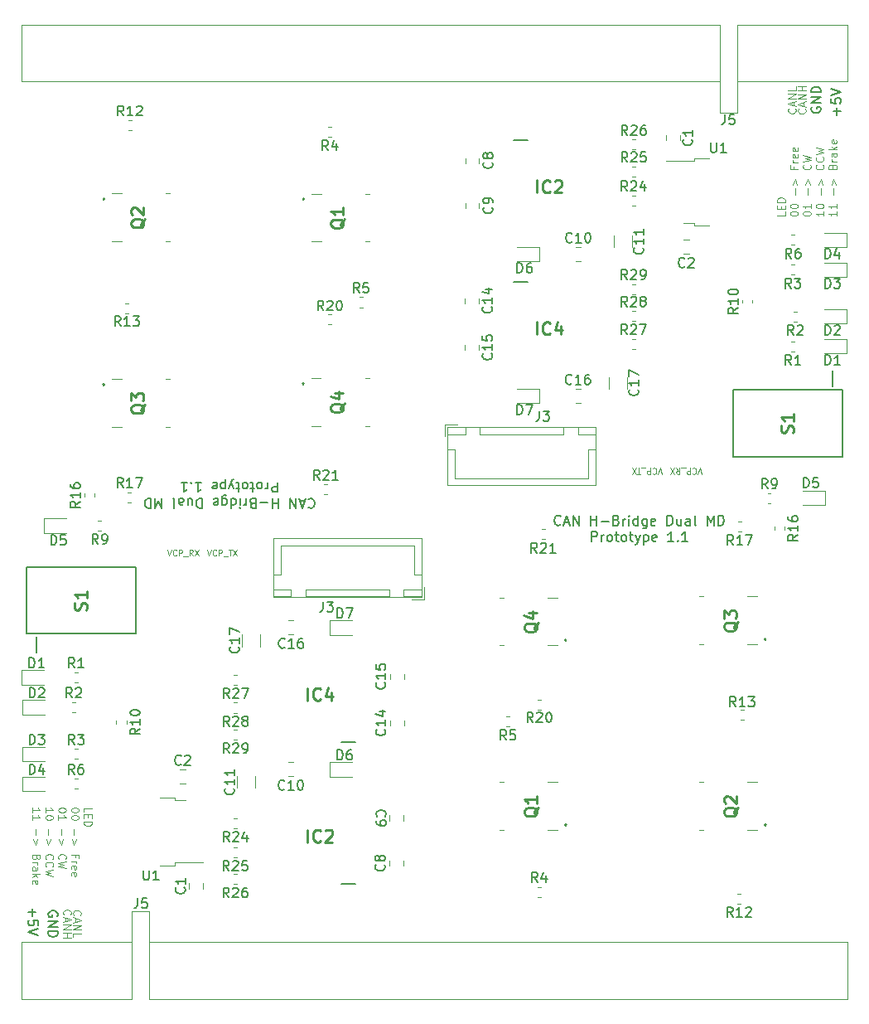
<source format=gto>
G04 #@! TF.GenerationSoftware,KiCad,Pcbnew,(5.1.4)-1*
G04 #@! TF.CreationDate,2019-12-04T01:37:38+09:00*
G04 #@! TF.ProjectId,CAN_Dual_MDexpress,43414e5f-4475-4616-9c5f-4d4465787072,rev?*
G04 #@! TF.SameCoordinates,Original*
G04 #@! TF.FileFunction,Legend,Top*
G04 #@! TF.FilePolarity,Positive*
%FSLAX46Y46*%
G04 Gerber Fmt 4.6, Leading zero omitted, Abs format (unit mm)*
G04 Created by KiCad (PCBNEW (5.1.4)-1) date 2019-12-04 01:37:38*
%MOMM*%
%LPD*%
G04 APERTURE LIST*
%ADD10C,0.150000*%
%ADD11C,0.120000*%
%ADD12C,0.100000*%
%ADD13C,0.200000*%
%ADD14C,0.254000*%
G04 APERTURE END LIST*
D10*
X149617619Y-83717857D02*
X149665238Y-83670238D01*
X149808095Y-83622619D01*
X149903333Y-83622619D01*
X150046190Y-83670238D01*
X150141428Y-83765476D01*
X150189047Y-83860714D01*
X150236666Y-84051190D01*
X150236666Y-84194047D01*
X150189047Y-84384523D01*
X150141428Y-84479761D01*
X150046190Y-84575000D01*
X149903333Y-84622619D01*
X149808095Y-84622619D01*
X149665238Y-84575000D01*
X149617619Y-84527380D01*
X149236666Y-83908333D02*
X148760476Y-83908333D01*
X149331904Y-83622619D02*
X148998571Y-84622619D01*
X148665238Y-83622619D01*
X148331904Y-83622619D02*
X148331904Y-84622619D01*
X147760476Y-83622619D01*
X147760476Y-84622619D01*
X146522380Y-83622619D02*
X146522380Y-84622619D01*
X146522380Y-84146428D02*
X145950952Y-84146428D01*
X145950952Y-83622619D02*
X145950952Y-84622619D01*
X145474761Y-84003571D02*
X144712857Y-84003571D01*
X143903333Y-84146428D02*
X143760476Y-84098809D01*
X143712857Y-84051190D01*
X143665238Y-83955952D01*
X143665238Y-83813095D01*
X143712857Y-83717857D01*
X143760476Y-83670238D01*
X143855714Y-83622619D01*
X144236666Y-83622619D01*
X144236666Y-84622619D01*
X143903333Y-84622619D01*
X143808095Y-84575000D01*
X143760476Y-84527380D01*
X143712857Y-84432142D01*
X143712857Y-84336904D01*
X143760476Y-84241666D01*
X143808095Y-84194047D01*
X143903333Y-84146428D01*
X144236666Y-84146428D01*
X143236666Y-83622619D02*
X143236666Y-84289285D01*
X143236666Y-84098809D02*
X143189047Y-84194047D01*
X143141428Y-84241666D01*
X143046190Y-84289285D01*
X142950952Y-84289285D01*
X142617619Y-83622619D02*
X142617619Y-84289285D01*
X142617619Y-84622619D02*
X142665238Y-84575000D01*
X142617619Y-84527380D01*
X142570000Y-84575000D01*
X142617619Y-84622619D01*
X142617619Y-84527380D01*
X141712857Y-83622619D02*
X141712857Y-84622619D01*
X141712857Y-83670238D02*
X141808095Y-83622619D01*
X141998571Y-83622619D01*
X142093809Y-83670238D01*
X142141428Y-83717857D01*
X142189047Y-83813095D01*
X142189047Y-84098809D01*
X142141428Y-84194047D01*
X142093809Y-84241666D01*
X141998571Y-84289285D01*
X141808095Y-84289285D01*
X141712857Y-84241666D01*
X140808095Y-84289285D02*
X140808095Y-83479761D01*
X140855714Y-83384523D01*
X140903333Y-83336904D01*
X140998571Y-83289285D01*
X141141428Y-83289285D01*
X141236666Y-83336904D01*
X140808095Y-83670238D02*
X140903333Y-83622619D01*
X141093809Y-83622619D01*
X141189047Y-83670238D01*
X141236666Y-83717857D01*
X141284285Y-83813095D01*
X141284285Y-84098809D01*
X141236666Y-84194047D01*
X141189047Y-84241666D01*
X141093809Y-84289285D01*
X140903333Y-84289285D01*
X140808095Y-84241666D01*
X139950952Y-83670238D02*
X140046190Y-83622619D01*
X140236666Y-83622619D01*
X140331904Y-83670238D01*
X140379523Y-83765476D01*
X140379523Y-84146428D01*
X140331904Y-84241666D01*
X140236666Y-84289285D01*
X140046190Y-84289285D01*
X139950952Y-84241666D01*
X139903333Y-84146428D01*
X139903333Y-84051190D01*
X140379523Y-83955952D01*
X138712857Y-83622619D02*
X138712857Y-84622619D01*
X138474761Y-84622619D01*
X138331904Y-84575000D01*
X138236666Y-84479761D01*
X138189047Y-84384523D01*
X138141428Y-84194047D01*
X138141428Y-84051190D01*
X138189047Y-83860714D01*
X138236666Y-83765476D01*
X138331904Y-83670238D01*
X138474761Y-83622619D01*
X138712857Y-83622619D01*
X137284285Y-84289285D02*
X137284285Y-83622619D01*
X137712857Y-84289285D02*
X137712857Y-83765476D01*
X137665238Y-83670238D01*
X137570000Y-83622619D01*
X137427142Y-83622619D01*
X137331904Y-83670238D01*
X137284285Y-83717857D01*
X136379523Y-83622619D02*
X136379523Y-84146428D01*
X136427142Y-84241666D01*
X136522380Y-84289285D01*
X136712857Y-84289285D01*
X136808095Y-84241666D01*
X136379523Y-83670238D02*
X136474761Y-83622619D01*
X136712857Y-83622619D01*
X136808095Y-83670238D01*
X136855714Y-83765476D01*
X136855714Y-83860714D01*
X136808095Y-83955952D01*
X136712857Y-84003571D01*
X136474761Y-84003571D01*
X136379523Y-84051190D01*
X135760476Y-83622619D02*
X135855714Y-83670238D01*
X135903333Y-83765476D01*
X135903333Y-84622619D01*
X134617619Y-83622619D02*
X134617619Y-84622619D01*
X134284285Y-83908333D01*
X133950952Y-84622619D01*
X133950952Y-83622619D01*
X133474761Y-83622619D02*
X133474761Y-84622619D01*
X133236666Y-84622619D01*
X133093809Y-84575000D01*
X132998571Y-84479761D01*
X132950952Y-84384523D01*
X132903333Y-84194047D01*
X132903333Y-84051190D01*
X132950952Y-83860714D01*
X132998571Y-83765476D01*
X133093809Y-83670238D01*
X133236666Y-83622619D01*
X133474761Y-83622619D01*
X146450952Y-81972619D02*
X146450952Y-82972619D01*
X146070000Y-82972619D01*
X145974761Y-82925000D01*
X145927142Y-82877380D01*
X145879523Y-82782142D01*
X145879523Y-82639285D01*
X145927142Y-82544047D01*
X145974761Y-82496428D01*
X146070000Y-82448809D01*
X146450952Y-82448809D01*
X145450952Y-81972619D02*
X145450952Y-82639285D01*
X145450952Y-82448809D02*
X145403333Y-82544047D01*
X145355714Y-82591666D01*
X145260476Y-82639285D01*
X145165238Y-82639285D01*
X144689047Y-81972619D02*
X144784285Y-82020238D01*
X144831904Y-82067857D01*
X144879523Y-82163095D01*
X144879523Y-82448809D01*
X144831904Y-82544047D01*
X144784285Y-82591666D01*
X144689047Y-82639285D01*
X144546190Y-82639285D01*
X144450952Y-82591666D01*
X144403333Y-82544047D01*
X144355714Y-82448809D01*
X144355714Y-82163095D01*
X144403333Y-82067857D01*
X144450952Y-82020238D01*
X144546190Y-81972619D01*
X144689047Y-81972619D01*
X144070000Y-82639285D02*
X143689047Y-82639285D01*
X143927142Y-82972619D02*
X143927142Y-82115476D01*
X143879523Y-82020238D01*
X143784285Y-81972619D01*
X143689047Y-81972619D01*
X143212857Y-81972619D02*
X143308095Y-82020238D01*
X143355714Y-82067857D01*
X143403333Y-82163095D01*
X143403333Y-82448809D01*
X143355714Y-82544047D01*
X143308095Y-82591666D01*
X143212857Y-82639285D01*
X143070000Y-82639285D01*
X142974761Y-82591666D01*
X142927142Y-82544047D01*
X142879523Y-82448809D01*
X142879523Y-82163095D01*
X142927142Y-82067857D01*
X142974761Y-82020238D01*
X143070000Y-81972619D01*
X143212857Y-81972619D01*
X142593809Y-82639285D02*
X142212857Y-82639285D01*
X142450952Y-82972619D02*
X142450952Y-82115476D01*
X142403333Y-82020238D01*
X142308095Y-81972619D01*
X142212857Y-81972619D01*
X141974761Y-82639285D02*
X141736666Y-81972619D01*
X141498571Y-82639285D02*
X141736666Y-81972619D01*
X141831904Y-81734523D01*
X141879523Y-81686904D01*
X141974761Y-81639285D01*
X141117619Y-82639285D02*
X141117619Y-81639285D01*
X141117619Y-82591666D02*
X141022380Y-82639285D01*
X140831904Y-82639285D01*
X140736666Y-82591666D01*
X140689047Y-82544047D01*
X140641428Y-82448809D01*
X140641428Y-82163095D01*
X140689047Y-82067857D01*
X140736666Y-82020238D01*
X140831904Y-81972619D01*
X141022380Y-81972619D01*
X141117619Y-82020238D01*
X139831904Y-82020238D02*
X139927142Y-81972619D01*
X140117619Y-81972619D01*
X140212857Y-82020238D01*
X140260476Y-82115476D01*
X140260476Y-82496428D01*
X140212857Y-82591666D01*
X140117619Y-82639285D01*
X139927142Y-82639285D01*
X139831904Y-82591666D01*
X139784285Y-82496428D01*
X139784285Y-82401190D01*
X140260476Y-82305952D01*
X138070000Y-81972619D02*
X138641428Y-81972619D01*
X138355714Y-81972619D02*
X138355714Y-82972619D01*
X138450952Y-82829761D01*
X138546190Y-82734523D01*
X138641428Y-82686904D01*
X137641428Y-82067857D02*
X137593809Y-82020238D01*
X137641428Y-81972619D01*
X137689047Y-82020238D01*
X137641428Y-82067857D01*
X137641428Y-81972619D01*
X136641428Y-81972619D02*
X137212857Y-81972619D01*
X136927142Y-81972619D02*
X136927142Y-82972619D01*
X137022380Y-82829761D01*
X137117619Y-82734523D01*
X137212857Y-82686904D01*
X203636428Y-44497714D02*
X203636428Y-43735809D01*
X204017380Y-44116761D02*
X203255476Y-44116761D01*
X203017380Y-42783428D02*
X203017380Y-43259619D01*
X203493571Y-43307238D01*
X203445952Y-43259619D01*
X203398333Y-43164380D01*
X203398333Y-42926285D01*
X203445952Y-42831047D01*
X203493571Y-42783428D01*
X203588809Y-42735809D01*
X203826904Y-42735809D01*
X203922142Y-42783428D01*
X203969761Y-42831047D01*
X204017380Y-42926285D01*
X204017380Y-43164380D01*
X203969761Y-43259619D01*
X203922142Y-43307238D01*
X203017380Y-42450095D02*
X204017380Y-42116761D01*
X203017380Y-41783428D01*
X201033000Y-43694504D02*
X200985380Y-43789742D01*
X200985380Y-43932600D01*
X201033000Y-44075457D01*
X201128238Y-44170695D01*
X201223476Y-44218314D01*
X201413952Y-44265933D01*
X201556809Y-44265933D01*
X201747285Y-44218314D01*
X201842523Y-44170695D01*
X201937761Y-44075457D01*
X201985380Y-43932600D01*
X201985380Y-43837361D01*
X201937761Y-43694504D01*
X201890142Y-43646885D01*
X201556809Y-43646885D01*
X201556809Y-43837361D01*
X201985380Y-43218314D02*
X200985380Y-43218314D01*
X201985380Y-42646885D01*
X200985380Y-42646885D01*
X201985380Y-42170695D02*
X200985380Y-42170695D01*
X200985380Y-41932600D01*
X201033000Y-41789742D01*
X201128238Y-41694504D01*
X201223476Y-41646885D01*
X201413952Y-41599266D01*
X201556809Y-41599266D01*
X201747285Y-41646885D01*
X201842523Y-41694504D01*
X201937761Y-41789742D01*
X201985380Y-41932600D01*
X201985380Y-42170695D01*
D11*
X199367614Y-43808795D02*
X199405709Y-43846890D01*
X199443804Y-43961176D01*
X199443804Y-44037366D01*
X199405709Y-44151652D01*
X199329519Y-44227842D01*
X199253328Y-44265938D01*
X199100947Y-44304033D01*
X198986661Y-44304033D01*
X198834280Y-44265938D01*
X198758090Y-44227842D01*
X198681900Y-44151652D01*
X198643804Y-44037366D01*
X198643804Y-43961176D01*
X198681900Y-43846890D01*
X198719995Y-43808795D01*
X199215233Y-43504033D02*
X199215233Y-43123080D01*
X199443804Y-43580223D02*
X198643804Y-43313557D01*
X199443804Y-43046890D01*
X199443804Y-42780223D02*
X198643804Y-42780223D01*
X199443804Y-42323080D01*
X198643804Y-42323080D01*
X199443804Y-41561176D02*
X199443804Y-41942128D01*
X198643804Y-41942128D01*
X198321904Y-54350571D02*
X198321904Y-54731523D01*
X197521904Y-54731523D01*
X197902857Y-54083904D02*
X197902857Y-53817238D01*
X198321904Y-53702952D02*
X198321904Y-54083904D01*
X197521904Y-54083904D01*
X197521904Y-53702952D01*
X198321904Y-53360095D02*
X197521904Y-53360095D01*
X197521904Y-53169619D01*
X197560000Y-53055333D01*
X197636190Y-52979142D01*
X197712380Y-52941047D01*
X197864761Y-52902952D01*
X197979047Y-52902952D01*
X198131428Y-52941047D01*
X198207619Y-52979142D01*
X198283809Y-53055333D01*
X198321904Y-53169619D01*
X198321904Y-53360095D01*
X198841904Y-54579142D02*
X198841904Y-54502952D01*
X198880000Y-54426761D01*
X198918095Y-54388666D01*
X198994285Y-54350571D01*
X199146666Y-54312476D01*
X199337142Y-54312476D01*
X199489523Y-54350571D01*
X199565714Y-54388666D01*
X199603809Y-54426761D01*
X199641904Y-54502952D01*
X199641904Y-54579142D01*
X199603809Y-54655333D01*
X199565714Y-54693428D01*
X199489523Y-54731523D01*
X199337142Y-54769619D01*
X199146666Y-54769619D01*
X198994285Y-54731523D01*
X198918095Y-54693428D01*
X198880000Y-54655333D01*
X198841904Y-54579142D01*
X198841904Y-53817238D02*
X198841904Y-53741047D01*
X198880000Y-53664857D01*
X198918095Y-53626761D01*
X198994285Y-53588666D01*
X199146666Y-53550571D01*
X199337142Y-53550571D01*
X199489523Y-53588666D01*
X199565714Y-53626761D01*
X199603809Y-53664857D01*
X199641904Y-53741047D01*
X199641904Y-53817238D01*
X199603809Y-53893428D01*
X199565714Y-53931523D01*
X199489523Y-53969619D01*
X199337142Y-54007714D01*
X199146666Y-54007714D01*
X198994285Y-53969619D01*
X198918095Y-53931523D01*
X198880000Y-53893428D01*
X198841904Y-53817238D01*
X199337142Y-52598190D02*
X199337142Y-51988666D01*
X199108571Y-51607714D02*
X199337142Y-50998190D01*
X199565714Y-51607714D01*
X199222857Y-49741047D02*
X199222857Y-50007714D01*
X199641904Y-50007714D02*
X198841904Y-50007714D01*
X198841904Y-49626761D01*
X199641904Y-49322000D02*
X199108571Y-49322000D01*
X199260952Y-49322000D02*
X199184761Y-49283904D01*
X199146666Y-49245809D01*
X199108571Y-49169619D01*
X199108571Y-49093428D01*
X199603809Y-48522000D02*
X199641904Y-48598190D01*
X199641904Y-48750571D01*
X199603809Y-48826761D01*
X199527619Y-48864857D01*
X199222857Y-48864857D01*
X199146666Y-48826761D01*
X199108571Y-48750571D01*
X199108571Y-48598190D01*
X199146666Y-48522000D01*
X199222857Y-48483904D01*
X199299047Y-48483904D01*
X199375238Y-48864857D01*
X199603809Y-47836285D02*
X199641904Y-47912476D01*
X199641904Y-48064857D01*
X199603809Y-48141047D01*
X199527619Y-48179142D01*
X199222857Y-48179142D01*
X199146666Y-48141047D01*
X199108571Y-48064857D01*
X199108571Y-47912476D01*
X199146666Y-47836285D01*
X199222857Y-47798190D01*
X199299047Y-47798190D01*
X199375238Y-48179142D01*
X200161904Y-54579142D02*
X200161904Y-54502952D01*
X200200000Y-54426761D01*
X200238095Y-54388666D01*
X200314285Y-54350571D01*
X200466666Y-54312476D01*
X200657142Y-54312476D01*
X200809523Y-54350571D01*
X200885714Y-54388666D01*
X200923809Y-54426761D01*
X200961904Y-54502952D01*
X200961904Y-54579142D01*
X200923809Y-54655333D01*
X200885714Y-54693428D01*
X200809523Y-54731523D01*
X200657142Y-54769619D01*
X200466666Y-54769619D01*
X200314285Y-54731523D01*
X200238095Y-54693428D01*
X200200000Y-54655333D01*
X200161904Y-54579142D01*
X200961904Y-53550571D02*
X200961904Y-54007714D01*
X200961904Y-53779142D02*
X200161904Y-53779142D01*
X200276190Y-53855333D01*
X200352380Y-53931523D01*
X200390476Y-54007714D01*
X200657142Y-52598190D02*
X200657142Y-51988666D01*
X200428571Y-51607714D02*
X200657142Y-50998190D01*
X200885714Y-51607714D01*
X200885714Y-49550571D02*
X200923809Y-49588666D01*
X200961904Y-49702952D01*
X200961904Y-49779142D01*
X200923809Y-49893428D01*
X200847619Y-49969619D01*
X200771428Y-50007714D01*
X200619047Y-50045809D01*
X200504761Y-50045809D01*
X200352380Y-50007714D01*
X200276190Y-49969619D01*
X200200000Y-49893428D01*
X200161904Y-49779142D01*
X200161904Y-49702952D01*
X200200000Y-49588666D01*
X200238095Y-49550571D01*
X200161904Y-49283904D02*
X200961904Y-49093428D01*
X200390476Y-48941047D01*
X200961904Y-48788666D01*
X200161904Y-48598190D01*
X202281904Y-54312476D02*
X202281904Y-54769619D01*
X202281904Y-54541047D02*
X201481904Y-54541047D01*
X201596190Y-54617238D01*
X201672380Y-54693428D01*
X201710476Y-54769619D01*
X201481904Y-53817238D02*
X201481904Y-53741047D01*
X201520000Y-53664857D01*
X201558095Y-53626761D01*
X201634285Y-53588666D01*
X201786666Y-53550571D01*
X201977142Y-53550571D01*
X202129523Y-53588666D01*
X202205714Y-53626761D01*
X202243809Y-53664857D01*
X202281904Y-53741047D01*
X202281904Y-53817238D01*
X202243809Y-53893428D01*
X202205714Y-53931523D01*
X202129523Y-53969619D01*
X201977142Y-54007714D01*
X201786666Y-54007714D01*
X201634285Y-53969619D01*
X201558095Y-53931523D01*
X201520000Y-53893428D01*
X201481904Y-53817238D01*
X201977142Y-52598190D02*
X201977142Y-51988666D01*
X201748571Y-51607714D02*
X201977142Y-50998190D01*
X202205714Y-51607714D01*
X202205714Y-49550571D02*
X202243809Y-49588666D01*
X202281904Y-49702952D01*
X202281904Y-49779142D01*
X202243809Y-49893428D01*
X202167619Y-49969619D01*
X202091428Y-50007714D01*
X201939047Y-50045809D01*
X201824761Y-50045809D01*
X201672380Y-50007714D01*
X201596190Y-49969619D01*
X201520000Y-49893428D01*
X201481904Y-49779142D01*
X201481904Y-49702952D01*
X201520000Y-49588666D01*
X201558095Y-49550571D01*
X202205714Y-48750571D02*
X202243809Y-48788666D01*
X202281904Y-48902952D01*
X202281904Y-48979142D01*
X202243809Y-49093428D01*
X202167619Y-49169619D01*
X202091428Y-49207714D01*
X201939047Y-49245809D01*
X201824761Y-49245809D01*
X201672380Y-49207714D01*
X201596190Y-49169619D01*
X201520000Y-49093428D01*
X201481904Y-48979142D01*
X201481904Y-48902952D01*
X201520000Y-48788666D01*
X201558095Y-48750571D01*
X201481904Y-48483904D02*
X202281904Y-48293428D01*
X201710476Y-48141047D01*
X202281904Y-47988666D01*
X201481904Y-47798190D01*
X203601904Y-54312476D02*
X203601904Y-54769619D01*
X203601904Y-54541047D02*
X202801904Y-54541047D01*
X202916190Y-54617238D01*
X202992380Y-54693428D01*
X203030476Y-54769619D01*
X203601904Y-53550571D02*
X203601904Y-54007714D01*
X203601904Y-53779142D02*
X202801904Y-53779142D01*
X202916190Y-53855333D01*
X202992380Y-53931523D01*
X203030476Y-54007714D01*
X203297142Y-52598190D02*
X203297142Y-51988666D01*
X203068571Y-51607714D02*
X203297142Y-50998190D01*
X203525714Y-51607714D01*
X203182857Y-49741047D02*
X203220952Y-49626761D01*
X203259047Y-49588666D01*
X203335238Y-49550571D01*
X203449523Y-49550571D01*
X203525714Y-49588666D01*
X203563809Y-49626761D01*
X203601904Y-49702952D01*
X203601904Y-50007714D01*
X202801904Y-50007714D01*
X202801904Y-49741047D01*
X202840000Y-49664857D01*
X202878095Y-49626761D01*
X202954285Y-49588666D01*
X203030476Y-49588666D01*
X203106666Y-49626761D01*
X203144761Y-49664857D01*
X203182857Y-49741047D01*
X203182857Y-50007714D01*
X203601904Y-49207714D02*
X203068571Y-49207714D01*
X203220952Y-49207714D02*
X203144761Y-49169619D01*
X203106666Y-49131523D01*
X203068571Y-49055333D01*
X203068571Y-48979142D01*
X203601904Y-48369619D02*
X203182857Y-48369619D01*
X203106666Y-48407714D01*
X203068571Y-48483904D01*
X203068571Y-48636285D01*
X203106666Y-48712476D01*
X203563809Y-48369619D02*
X203601904Y-48445809D01*
X203601904Y-48636285D01*
X203563809Y-48712476D01*
X203487619Y-48750571D01*
X203411428Y-48750571D01*
X203335238Y-48712476D01*
X203297142Y-48636285D01*
X203297142Y-48445809D01*
X203259047Y-48369619D01*
X203601904Y-47988666D02*
X202801904Y-47988666D01*
X203297142Y-47912476D02*
X203601904Y-47683904D01*
X203068571Y-47683904D02*
X203373333Y-47988666D01*
X203563809Y-47036285D02*
X203601904Y-47112476D01*
X203601904Y-47264857D01*
X203563809Y-47341047D01*
X203487619Y-47379142D01*
X203182857Y-47379142D01*
X203106666Y-47341047D01*
X203068571Y-47264857D01*
X203068571Y-47112476D01*
X203106666Y-47036285D01*
X203182857Y-46998190D01*
X203259047Y-46998190D01*
X203335238Y-47379142D01*
X200370914Y-43865933D02*
X200409009Y-43904028D01*
X200447104Y-44018314D01*
X200447104Y-44094504D01*
X200409009Y-44208790D01*
X200332819Y-44284980D01*
X200256628Y-44323076D01*
X200104247Y-44361171D01*
X199989961Y-44361171D01*
X199837580Y-44323076D01*
X199761390Y-44284980D01*
X199685200Y-44208790D01*
X199647104Y-44094504D01*
X199647104Y-44018314D01*
X199685200Y-43904028D01*
X199723295Y-43865933D01*
X200218533Y-43561171D02*
X200218533Y-43180219D01*
X200447104Y-43637361D02*
X199647104Y-43370695D01*
X200447104Y-43104028D01*
X200447104Y-42837361D02*
X199647104Y-42837361D01*
X200447104Y-42380219D01*
X199647104Y-42380219D01*
X200447104Y-41999266D02*
X199647104Y-41999266D01*
X200028057Y-41999266D02*
X200028057Y-41542123D01*
X200447104Y-41542123D02*
X199647104Y-41542123D01*
D12*
X185742857Y-81128571D02*
X185542857Y-80528571D01*
X185342857Y-81128571D01*
X184800000Y-80585714D02*
X184828571Y-80557142D01*
X184914285Y-80528571D01*
X184971428Y-80528571D01*
X185057142Y-80557142D01*
X185114285Y-80614285D01*
X185142857Y-80671428D01*
X185171428Y-80785714D01*
X185171428Y-80871428D01*
X185142857Y-80985714D01*
X185114285Y-81042857D01*
X185057142Y-81100000D01*
X184971428Y-81128571D01*
X184914285Y-81128571D01*
X184828571Y-81100000D01*
X184800000Y-81071428D01*
X184542857Y-80528571D02*
X184542857Y-81128571D01*
X184314285Y-81128571D01*
X184257142Y-81100000D01*
X184228571Y-81071428D01*
X184200000Y-81014285D01*
X184200000Y-80928571D01*
X184228571Y-80871428D01*
X184257142Y-80842857D01*
X184314285Y-80814285D01*
X184542857Y-80814285D01*
X184085714Y-80471428D02*
X183628571Y-80471428D01*
X183571428Y-81128571D02*
X183228571Y-81128571D01*
X183400000Y-80528571D02*
X183400000Y-81128571D01*
X183085714Y-81128571D02*
X182685714Y-80528571D01*
X182685714Y-81128571D02*
X183085714Y-80528571D01*
X189814285Y-81128571D02*
X189614285Y-80528571D01*
X189414285Y-81128571D01*
X188871428Y-80585714D02*
X188900000Y-80557142D01*
X188985714Y-80528571D01*
X189042857Y-80528571D01*
X189128571Y-80557142D01*
X189185714Y-80614285D01*
X189214285Y-80671428D01*
X189242857Y-80785714D01*
X189242857Y-80871428D01*
X189214285Y-80985714D01*
X189185714Y-81042857D01*
X189128571Y-81100000D01*
X189042857Y-81128571D01*
X188985714Y-81128571D01*
X188900000Y-81100000D01*
X188871428Y-81071428D01*
X188614285Y-80528571D02*
X188614285Y-81128571D01*
X188385714Y-81128571D01*
X188328571Y-81100000D01*
X188300000Y-81071428D01*
X188271428Y-81014285D01*
X188271428Y-80928571D01*
X188300000Y-80871428D01*
X188328571Y-80842857D01*
X188385714Y-80814285D01*
X188614285Y-80814285D01*
X188157142Y-80471428D02*
X187700000Y-80471428D01*
X187214285Y-80528571D02*
X187414285Y-80814285D01*
X187557142Y-80528571D02*
X187557142Y-81128571D01*
X187328571Y-81128571D01*
X187271428Y-81100000D01*
X187242857Y-81071428D01*
X187214285Y-81014285D01*
X187214285Y-80928571D01*
X187242857Y-80871428D01*
X187271428Y-80842857D01*
X187328571Y-80814285D01*
X187557142Y-80814285D01*
X187014285Y-81128571D02*
X186614285Y-80528571D01*
X186614285Y-81128571D02*
X187014285Y-80528571D01*
D11*
X126678095Y-115649428D02*
X126678095Y-115268476D01*
X127478095Y-115268476D01*
X127097142Y-115916095D02*
X127097142Y-116182761D01*
X126678095Y-116297047D02*
X126678095Y-115916095D01*
X127478095Y-115916095D01*
X127478095Y-116297047D01*
X126678095Y-116639904D02*
X127478095Y-116639904D01*
X127478095Y-116830380D01*
X127440000Y-116944666D01*
X127363809Y-117020857D01*
X127287619Y-117058952D01*
X127135238Y-117097047D01*
X127020952Y-117097047D01*
X126868571Y-117058952D01*
X126792380Y-117020857D01*
X126716190Y-116944666D01*
X126678095Y-116830380D01*
X126678095Y-116639904D01*
X126158095Y-115420857D02*
X126158095Y-115497047D01*
X126120000Y-115573238D01*
X126081904Y-115611333D01*
X126005714Y-115649428D01*
X125853333Y-115687523D01*
X125662857Y-115687523D01*
X125510476Y-115649428D01*
X125434285Y-115611333D01*
X125396190Y-115573238D01*
X125358095Y-115497047D01*
X125358095Y-115420857D01*
X125396190Y-115344666D01*
X125434285Y-115306571D01*
X125510476Y-115268476D01*
X125662857Y-115230380D01*
X125853333Y-115230380D01*
X126005714Y-115268476D01*
X126081904Y-115306571D01*
X126120000Y-115344666D01*
X126158095Y-115420857D01*
X126158095Y-116182761D02*
X126158095Y-116258952D01*
X126120000Y-116335142D01*
X126081904Y-116373238D01*
X126005714Y-116411333D01*
X125853333Y-116449428D01*
X125662857Y-116449428D01*
X125510476Y-116411333D01*
X125434285Y-116373238D01*
X125396190Y-116335142D01*
X125358095Y-116258952D01*
X125358095Y-116182761D01*
X125396190Y-116106571D01*
X125434285Y-116068476D01*
X125510476Y-116030380D01*
X125662857Y-115992285D01*
X125853333Y-115992285D01*
X126005714Y-116030380D01*
X126081904Y-116068476D01*
X126120000Y-116106571D01*
X126158095Y-116182761D01*
X125662857Y-117401809D02*
X125662857Y-118011333D01*
X125891428Y-118392285D02*
X125662857Y-119001809D01*
X125434285Y-118392285D01*
X125777142Y-120258952D02*
X125777142Y-119992285D01*
X125358095Y-119992285D02*
X126158095Y-119992285D01*
X126158095Y-120373238D01*
X125358095Y-120678000D02*
X125891428Y-120678000D01*
X125739047Y-120678000D02*
X125815238Y-120716095D01*
X125853333Y-120754190D01*
X125891428Y-120830380D01*
X125891428Y-120906571D01*
X125396190Y-121478000D02*
X125358095Y-121401809D01*
X125358095Y-121249428D01*
X125396190Y-121173238D01*
X125472380Y-121135142D01*
X125777142Y-121135142D01*
X125853333Y-121173238D01*
X125891428Y-121249428D01*
X125891428Y-121401809D01*
X125853333Y-121478000D01*
X125777142Y-121516095D01*
X125700952Y-121516095D01*
X125624761Y-121135142D01*
X125396190Y-122163714D02*
X125358095Y-122087523D01*
X125358095Y-121935142D01*
X125396190Y-121858952D01*
X125472380Y-121820857D01*
X125777142Y-121820857D01*
X125853333Y-121858952D01*
X125891428Y-121935142D01*
X125891428Y-122087523D01*
X125853333Y-122163714D01*
X125777142Y-122201809D01*
X125700952Y-122201809D01*
X125624761Y-121820857D01*
X124838095Y-115420857D02*
X124838095Y-115497047D01*
X124800000Y-115573238D01*
X124761904Y-115611333D01*
X124685714Y-115649428D01*
X124533333Y-115687523D01*
X124342857Y-115687523D01*
X124190476Y-115649428D01*
X124114285Y-115611333D01*
X124076190Y-115573238D01*
X124038095Y-115497047D01*
X124038095Y-115420857D01*
X124076190Y-115344666D01*
X124114285Y-115306571D01*
X124190476Y-115268476D01*
X124342857Y-115230380D01*
X124533333Y-115230380D01*
X124685714Y-115268476D01*
X124761904Y-115306571D01*
X124800000Y-115344666D01*
X124838095Y-115420857D01*
X124038095Y-116449428D02*
X124038095Y-115992285D01*
X124038095Y-116220857D02*
X124838095Y-116220857D01*
X124723809Y-116144666D01*
X124647619Y-116068476D01*
X124609523Y-115992285D01*
X124342857Y-117401809D02*
X124342857Y-118011333D01*
X124571428Y-118392285D02*
X124342857Y-119001809D01*
X124114285Y-118392285D01*
X124114285Y-120449428D02*
X124076190Y-120411333D01*
X124038095Y-120297047D01*
X124038095Y-120220857D01*
X124076190Y-120106571D01*
X124152380Y-120030380D01*
X124228571Y-119992285D01*
X124380952Y-119954190D01*
X124495238Y-119954190D01*
X124647619Y-119992285D01*
X124723809Y-120030380D01*
X124800000Y-120106571D01*
X124838095Y-120220857D01*
X124838095Y-120297047D01*
X124800000Y-120411333D01*
X124761904Y-120449428D01*
X124838095Y-120716095D02*
X124038095Y-120906571D01*
X124609523Y-121058952D01*
X124038095Y-121211333D01*
X124838095Y-121401809D01*
X122718095Y-115687523D02*
X122718095Y-115230380D01*
X122718095Y-115458952D02*
X123518095Y-115458952D01*
X123403809Y-115382761D01*
X123327619Y-115306571D01*
X123289523Y-115230380D01*
X123518095Y-116182761D02*
X123518095Y-116258952D01*
X123480000Y-116335142D01*
X123441904Y-116373238D01*
X123365714Y-116411333D01*
X123213333Y-116449428D01*
X123022857Y-116449428D01*
X122870476Y-116411333D01*
X122794285Y-116373238D01*
X122756190Y-116335142D01*
X122718095Y-116258952D01*
X122718095Y-116182761D01*
X122756190Y-116106571D01*
X122794285Y-116068476D01*
X122870476Y-116030380D01*
X123022857Y-115992285D01*
X123213333Y-115992285D01*
X123365714Y-116030380D01*
X123441904Y-116068476D01*
X123480000Y-116106571D01*
X123518095Y-116182761D01*
X123022857Y-117401809D02*
X123022857Y-118011333D01*
X123251428Y-118392285D02*
X123022857Y-119001809D01*
X122794285Y-118392285D01*
X122794285Y-120449428D02*
X122756190Y-120411333D01*
X122718095Y-120297047D01*
X122718095Y-120220857D01*
X122756190Y-120106571D01*
X122832380Y-120030380D01*
X122908571Y-119992285D01*
X123060952Y-119954190D01*
X123175238Y-119954190D01*
X123327619Y-119992285D01*
X123403809Y-120030380D01*
X123480000Y-120106571D01*
X123518095Y-120220857D01*
X123518095Y-120297047D01*
X123480000Y-120411333D01*
X123441904Y-120449428D01*
X122794285Y-121249428D02*
X122756190Y-121211333D01*
X122718095Y-121097047D01*
X122718095Y-121020857D01*
X122756190Y-120906571D01*
X122832380Y-120830380D01*
X122908571Y-120792285D01*
X123060952Y-120754190D01*
X123175238Y-120754190D01*
X123327619Y-120792285D01*
X123403809Y-120830380D01*
X123480000Y-120906571D01*
X123518095Y-121020857D01*
X123518095Y-121097047D01*
X123480000Y-121211333D01*
X123441904Y-121249428D01*
X123518095Y-121516095D02*
X122718095Y-121706571D01*
X123289523Y-121858952D01*
X122718095Y-122011333D01*
X123518095Y-122201809D01*
X121398095Y-115687523D02*
X121398095Y-115230380D01*
X121398095Y-115458952D02*
X122198095Y-115458952D01*
X122083809Y-115382761D01*
X122007619Y-115306571D01*
X121969523Y-115230380D01*
X121398095Y-116449428D02*
X121398095Y-115992285D01*
X121398095Y-116220857D02*
X122198095Y-116220857D01*
X122083809Y-116144666D01*
X122007619Y-116068476D01*
X121969523Y-115992285D01*
X121702857Y-117401809D02*
X121702857Y-118011333D01*
X121931428Y-118392285D02*
X121702857Y-119001809D01*
X121474285Y-118392285D01*
X121817142Y-120258952D02*
X121779047Y-120373238D01*
X121740952Y-120411333D01*
X121664761Y-120449428D01*
X121550476Y-120449428D01*
X121474285Y-120411333D01*
X121436190Y-120373238D01*
X121398095Y-120297047D01*
X121398095Y-119992285D01*
X122198095Y-119992285D01*
X122198095Y-120258952D01*
X122160000Y-120335142D01*
X122121904Y-120373238D01*
X122045714Y-120411333D01*
X121969523Y-120411333D01*
X121893333Y-120373238D01*
X121855238Y-120335142D01*
X121817142Y-120258952D01*
X121817142Y-119992285D01*
X121398095Y-120792285D02*
X121931428Y-120792285D01*
X121779047Y-120792285D02*
X121855238Y-120830380D01*
X121893333Y-120868476D01*
X121931428Y-120944666D01*
X121931428Y-121020857D01*
X121398095Y-121630380D02*
X121817142Y-121630380D01*
X121893333Y-121592285D01*
X121931428Y-121516095D01*
X121931428Y-121363714D01*
X121893333Y-121287523D01*
X121436190Y-121630380D02*
X121398095Y-121554190D01*
X121398095Y-121363714D01*
X121436190Y-121287523D01*
X121512380Y-121249428D01*
X121588571Y-121249428D01*
X121664761Y-121287523D01*
X121702857Y-121363714D01*
X121702857Y-121554190D01*
X121740952Y-121630380D01*
X121398095Y-122011333D02*
X122198095Y-122011333D01*
X121702857Y-122087523D02*
X121398095Y-122316095D01*
X121931428Y-122316095D02*
X121626666Y-122011333D01*
X121436190Y-122963714D02*
X121398095Y-122887523D01*
X121398095Y-122735142D01*
X121436190Y-122658952D01*
X121512380Y-122620857D01*
X121817142Y-122620857D01*
X121893333Y-122658952D01*
X121931428Y-122735142D01*
X121931428Y-122887523D01*
X121893333Y-122963714D01*
X121817142Y-123001809D01*
X121740952Y-123001809D01*
X121664761Y-122620857D01*
D12*
X135185714Y-88871428D02*
X135385714Y-89471428D01*
X135585714Y-88871428D01*
X136128571Y-89414285D02*
X136100000Y-89442857D01*
X136014285Y-89471428D01*
X135957142Y-89471428D01*
X135871428Y-89442857D01*
X135814285Y-89385714D01*
X135785714Y-89328571D01*
X135757142Y-89214285D01*
X135757142Y-89128571D01*
X135785714Y-89014285D01*
X135814285Y-88957142D01*
X135871428Y-88900000D01*
X135957142Y-88871428D01*
X136014285Y-88871428D01*
X136100000Y-88900000D01*
X136128571Y-88928571D01*
X136385714Y-89471428D02*
X136385714Y-88871428D01*
X136614285Y-88871428D01*
X136671428Y-88900000D01*
X136700000Y-88928571D01*
X136728571Y-88985714D01*
X136728571Y-89071428D01*
X136700000Y-89128571D01*
X136671428Y-89157142D01*
X136614285Y-89185714D01*
X136385714Y-89185714D01*
X136842857Y-89528571D02*
X137300000Y-89528571D01*
X137785714Y-89471428D02*
X137585714Y-89185714D01*
X137442857Y-89471428D02*
X137442857Y-88871428D01*
X137671428Y-88871428D01*
X137728571Y-88900000D01*
X137757142Y-88928571D01*
X137785714Y-88985714D01*
X137785714Y-89071428D01*
X137757142Y-89128571D01*
X137728571Y-89157142D01*
X137671428Y-89185714D01*
X137442857Y-89185714D01*
X137985714Y-88871428D02*
X138385714Y-89471428D01*
X138385714Y-88871428D02*
X137985714Y-89471428D01*
X139257142Y-88871428D02*
X139457142Y-89471428D01*
X139657142Y-88871428D01*
X140200000Y-89414285D02*
X140171428Y-89442857D01*
X140085714Y-89471428D01*
X140028571Y-89471428D01*
X139942857Y-89442857D01*
X139885714Y-89385714D01*
X139857142Y-89328571D01*
X139828571Y-89214285D01*
X139828571Y-89128571D01*
X139857142Y-89014285D01*
X139885714Y-88957142D01*
X139942857Y-88900000D01*
X140028571Y-88871428D01*
X140085714Y-88871428D01*
X140171428Y-88900000D01*
X140200000Y-88928571D01*
X140457142Y-89471428D02*
X140457142Y-88871428D01*
X140685714Y-88871428D01*
X140742857Y-88900000D01*
X140771428Y-88928571D01*
X140800000Y-88985714D01*
X140800000Y-89071428D01*
X140771428Y-89128571D01*
X140742857Y-89157142D01*
X140685714Y-89185714D01*
X140457142Y-89185714D01*
X140914285Y-89528571D02*
X141371428Y-89528571D01*
X141428571Y-88871428D02*
X141771428Y-88871428D01*
X141600000Y-89471428D02*
X141600000Y-88871428D01*
X141914285Y-88871428D02*
X142314285Y-89471428D01*
X142314285Y-88871428D02*
X141914285Y-89471428D01*
D10*
X175382380Y-86282142D02*
X175334761Y-86329761D01*
X175191904Y-86377380D01*
X175096666Y-86377380D01*
X174953809Y-86329761D01*
X174858571Y-86234523D01*
X174810952Y-86139285D01*
X174763333Y-85948809D01*
X174763333Y-85805952D01*
X174810952Y-85615476D01*
X174858571Y-85520238D01*
X174953809Y-85425000D01*
X175096666Y-85377380D01*
X175191904Y-85377380D01*
X175334761Y-85425000D01*
X175382380Y-85472619D01*
X175763333Y-86091666D02*
X176239523Y-86091666D01*
X175668095Y-86377380D02*
X176001428Y-85377380D01*
X176334761Y-86377380D01*
X176668095Y-86377380D02*
X176668095Y-85377380D01*
X177239523Y-86377380D01*
X177239523Y-85377380D01*
X178477619Y-86377380D02*
X178477619Y-85377380D01*
X178477619Y-85853571D02*
X179049047Y-85853571D01*
X179049047Y-86377380D02*
X179049047Y-85377380D01*
X179525238Y-85996428D02*
X180287142Y-85996428D01*
X181096666Y-85853571D02*
X181239523Y-85901190D01*
X181287142Y-85948809D01*
X181334761Y-86044047D01*
X181334761Y-86186904D01*
X181287142Y-86282142D01*
X181239523Y-86329761D01*
X181144285Y-86377380D01*
X180763333Y-86377380D01*
X180763333Y-85377380D01*
X181096666Y-85377380D01*
X181191904Y-85425000D01*
X181239523Y-85472619D01*
X181287142Y-85567857D01*
X181287142Y-85663095D01*
X181239523Y-85758333D01*
X181191904Y-85805952D01*
X181096666Y-85853571D01*
X180763333Y-85853571D01*
X181763333Y-86377380D02*
X181763333Y-85710714D01*
X181763333Y-85901190D02*
X181810952Y-85805952D01*
X181858571Y-85758333D01*
X181953809Y-85710714D01*
X182049047Y-85710714D01*
X182382380Y-86377380D02*
X182382380Y-85710714D01*
X182382380Y-85377380D02*
X182334761Y-85425000D01*
X182382380Y-85472619D01*
X182430000Y-85425000D01*
X182382380Y-85377380D01*
X182382380Y-85472619D01*
X183287142Y-86377380D02*
X183287142Y-85377380D01*
X183287142Y-86329761D02*
X183191904Y-86377380D01*
X183001428Y-86377380D01*
X182906190Y-86329761D01*
X182858571Y-86282142D01*
X182810952Y-86186904D01*
X182810952Y-85901190D01*
X182858571Y-85805952D01*
X182906190Y-85758333D01*
X183001428Y-85710714D01*
X183191904Y-85710714D01*
X183287142Y-85758333D01*
X184191904Y-85710714D02*
X184191904Y-86520238D01*
X184144285Y-86615476D01*
X184096666Y-86663095D01*
X184001428Y-86710714D01*
X183858571Y-86710714D01*
X183763333Y-86663095D01*
X184191904Y-86329761D02*
X184096666Y-86377380D01*
X183906190Y-86377380D01*
X183810952Y-86329761D01*
X183763333Y-86282142D01*
X183715714Y-86186904D01*
X183715714Y-85901190D01*
X183763333Y-85805952D01*
X183810952Y-85758333D01*
X183906190Y-85710714D01*
X184096666Y-85710714D01*
X184191904Y-85758333D01*
X185049047Y-86329761D02*
X184953809Y-86377380D01*
X184763333Y-86377380D01*
X184668095Y-86329761D01*
X184620476Y-86234523D01*
X184620476Y-85853571D01*
X184668095Y-85758333D01*
X184763333Y-85710714D01*
X184953809Y-85710714D01*
X185049047Y-85758333D01*
X185096666Y-85853571D01*
X185096666Y-85948809D01*
X184620476Y-86044047D01*
X186287142Y-86377380D02*
X186287142Y-85377380D01*
X186525238Y-85377380D01*
X186668095Y-85425000D01*
X186763333Y-85520238D01*
X186810952Y-85615476D01*
X186858571Y-85805952D01*
X186858571Y-85948809D01*
X186810952Y-86139285D01*
X186763333Y-86234523D01*
X186668095Y-86329761D01*
X186525238Y-86377380D01*
X186287142Y-86377380D01*
X187715714Y-85710714D02*
X187715714Y-86377380D01*
X187287142Y-85710714D02*
X187287142Y-86234523D01*
X187334761Y-86329761D01*
X187430000Y-86377380D01*
X187572857Y-86377380D01*
X187668095Y-86329761D01*
X187715714Y-86282142D01*
X188620476Y-86377380D02*
X188620476Y-85853571D01*
X188572857Y-85758333D01*
X188477619Y-85710714D01*
X188287142Y-85710714D01*
X188191904Y-85758333D01*
X188620476Y-86329761D02*
X188525238Y-86377380D01*
X188287142Y-86377380D01*
X188191904Y-86329761D01*
X188144285Y-86234523D01*
X188144285Y-86139285D01*
X188191904Y-86044047D01*
X188287142Y-85996428D01*
X188525238Y-85996428D01*
X188620476Y-85948809D01*
X189239523Y-86377380D02*
X189144285Y-86329761D01*
X189096666Y-86234523D01*
X189096666Y-85377380D01*
X190382380Y-86377380D02*
X190382380Y-85377380D01*
X190715714Y-86091666D01*
X191049047Y-85377380D01*
X191049047Y-86377380D01*
X191525238Y-86377380D02*
X191525238Y-85377380D01*
X191763333Y-85377380D01*
X191906190Y-85425000D01*
X192001428Y-85520238D01*
X192049047Y-85615476D01*
X192096666Y-85805952D01*
X192096666Y-85948809D01*
X192049047Y-86139285D01*
X192001428Y-86234523D01*
X191906190Y-86329761D01*
X191763333Y-86377380D01*
X191525238Y-86377380D01*
X178549047Y-88027380D02*
X178549047Y-87027380D01*
X178930000Y-87027380D01*
X179025238Y-87075000D01*
X179072857Y-87122619D01*
X179120476Y-87217857D01*
X179120476Y-87360714D01*
X179072857Y-87455952D01*
X179025238Y-87503571D01*
X178930000Y-87551190D01*
X178549047Y-87551190D01*
X179549047Y-88027380D02*
X179549047Y-87360714D01*
X179549047Y-87551190D02*
X179596666Y-87455952D01*
X179644285Y-87408333D01*
X179739523Y-87360714D01*
X179834761Y-87360714D01*
X180310952Y-88027380D02*
X180215714Y-87979761D01*
X180168095Y-87932142D01*
X180120476Y-87836904D01*
X180120476Y-87551190D01*
X180168095Y-87455952D01*
X180215714Y-87408333D01*
X180310952Y-87360714D01*
X180453809Y-87360714D01*
X180549047Y-87408333D01*
X180596666Y-87455952D01*
X180644285Y-87551190D01*
X180644285Y-87836904D01*
X180596666Y-87932142D01*
X180549047Y-87979761D01*
X180453809Y-88027380D01*
X180310952Y-88027380D01*
X180930000Y-87360714D02*
X181310952Y-87360714D01*
X181072857Y-87027380D02*
X181072857Y-87884523D01*
X181120476Y-87979761D01*
X181215714Y-88027380D01*
X181310952Y-88027380D01*
X181787142Y-88027380D02*
X181691904Y-87979761D01*
X181644285Y-87932142D01*
X181596666Y-87836904D01*
X181596666Y-87551190D01*
X181644285Y-87455952D01*
X181691904Y-87408333D01*
X181787142Y-87360714D01*
X181930000Y-87360714D01*
X182025238Y-87408333D01*
X182072857Y-87455952D01*
X182120476Y-87551190D01*
X182120476Y-87836904D01*
X182072857Y-87932142D01*
X182025238Y-87979761D01*
X181930000Y-88027380D01*
X181787142Y-88027380D01*
X182406190Y-87360714D02*
X182787142Y-87360714D01*
X182549047Y-87027380D02*
X182549047Y-87884523D01*
X182596666Y-87979761D01*
X182691904Y-88027380D01*
X182787142Y-88027380D01*
X183025238Y-87360714D02*
X183263333Y-88027380D01*
X183501428Y-87360714D02*
X183263333Y-88027380D01*
X183168095Y-88265476D01*
X183120476Y-88313095D01*
X183025238Y-88360714D01*
X183882380Y-87360714D02*
X183882380Y-88360714D01*
X183882380Y-87408333D02*
X183977619Y-87360714D01*
X184168095Y-87360714D01*
X184263333Y-87408333D01*
X184310952Y-87455952D01*
X184358571Y-87551190D01*
X184358571Y-87836904D01*
X184310952Y-87932142D01*
X184263333Y-87979761D01*
X184168095Y-88027380D01*
X183977619Y-88027380D01*
X183882380Y-87979761D01*
X185168095Y-87979761D02*
X185072857Y-88027380D01*
X184882380Y-88027380D01*
X184787142Y-87979761D01*
X184739523Y-87884523D01*
X184739523Y-87503571D01*
X184787142Y-87408333D01*
X184882380Y-87360714D01*
X185072857Y-87360714D01*
X185168095Y-87408333D01*
X185215714Y-87503571D01*
X185215714Y-87598809D01*
X184739523Y-87694047D01*
X186930000Y-88027380D02*
X186358571Y-88027380D01*
X186644285Y-88027380D02*
X186644285Y-87027380D01*
X186549047Y-87170238D01*
X186453809Y-87265476D01*
X186358571Y-87313095D01*
X187358571Y-87932142D02*
X187406190Y-87979761D01*
X187358571Y-88027380D01*
X187310952Y-87979761D01*
X187358571Y-87932142D01*
X187358571Y-88027380D01*
X188358571Y-88027380D02*
X187787142Y-88027380D01*
X188072857Y-88027380D02*
X188072857Y-87027380D01*
X187977619Y-87170238D01*
X187882380Y-87265476D01*
X187787142Y-87313095D01*
D11*
X125632385Y-126191204D02*
X125594290Y-126153109D01*
X125556195Y-126038823D01*
X125556195Y-125962633D01*
X125594290Y-125848347D01*
X125670480Y-125772157D01*
X125746671Y-125734061D01*
X125899052Y-125695966D01*
X126013338Y-125695966D01*
X126165719Y-125734061D01*
X126241909Y-125772157D01*
X126318100Y-125848347D01*
X126356195Y-125962633D01*
X126356195Y-126038823D01*
X126318100Y-126153109D01*
X126280004Y-126191204D01*
X125784766Y-126495966D02*
X125784766Y-126876919D01*
X125556195Y-126419776D02*
X126356195Y-126686442D01*
X125556195Y-126953109D01*
X125556195Y-127219776D02*
X126356195Y-127219776D01*
X125556195Y-127676919D01*
X126356195Y-127676919D01*
X125556195Y-128438823D02*
X125556195Y-128057871D01*
X126356195Y-128057871D01*
X124629085Y-126134066D02*
X124590990Y-126095971D01*
X124552895Y-125981685D01*
X124552895Y-125905495D01*
X124590990Y-125791209D01*
X124667180Y-125715019D01*
X124743371Y-125676923D01*
X124895752Y-125638828D01*
X125010038Y-125638828D01*
X125162419Y-125676923D01*
X125238609Y-125715019D01*
X125314800Y-125791209D01*
X125352895Y-125905495D01*
X125352895Y-125981685D01*
X125314800Y-126095971D01*
X125276704Y-126134066D01*
X124781466Y-126438828D02*
X124781466Y-126819780D01*
X124552895Y-126362638D02*
X125352895Y-126629304D01*
X124552895Y-126895971D01*
X124552895Y-127162638D02*
X125352895Y-127162638D01*
X124552895Y-127619780D01*
X125352895Y-127619780D01*
X124552895Y-128000733D02*
X125352895Y-128000733D01*
X124971942Y-128000733D02*
X124971942Y-128457876D01*
X124552895Y-128457876D02*
X125352895Y-128457876D01*
D10*
X123967000Y-126305495D02*
X124014619Y-126210257D01*
X124014619Y-126067400D01*
X123967000Y-125924542D01*
X123871761Y-125829304D01*
X123776523Y-125781685D01*
X123586047Y-125734066D01*
X123443190Y-125734066D01*
X123252714Y-125781685D01*
X123157476Y-125829304D01*
X123062238Y-125924542D01*
X123014619Y-126067400D01*
X123014619Y-126162638D01*
X123062238Y-126305495D01*
X123109857Y-126353114D01*
X123443190Y-126353114D01*
X123443190Y-126162638D01*
X123014619Y-126781685D02*
X124014619Y-126781685D01*
X123014619Y-127353114D01*
X124014619Y-127353114D01*
X123014619Y-127829304D02*
X124014619Y-127829304D01*
X124014619Y-128067400D01*
X123967000Y-128210257D01*
X123871761Y-128305495D01*
X123776523Y-128353114D01*
X123586047Y-128400733D01*
X123443190Y-128400733D01*
X123252714Y-128353114D01*
X123157476Y-128305495D01*
X123062238Y-128210257D01*
X123014619Y-128067400D01*
X123014619Y-127829304D01*
X121363571Y-125502285D02*
X121363571Y-126264190D01*
X120982619Y-125883238D02*
X121744523Y-125883238D01*
X121982619Y-127216571D02*
X121982619Y-126740380D01*
X121506428Y-126692761D01*
X121554047Y-126740380D01*
X121601666Y-126835619D01*
X121601666Y-127073714D01*
X121554047Y-127168952D01*
X121506428Y-127216571D01*
X121411190Y-127264190D01*
X121173095Y-127264190D01*
X121077857Y-127216571D01*
X121030238Y-127168952D01*
X120982619Y-127073714D01*
X120982619Y-126835619D01*
X121030238Y-126740380D01*
X121077857Y-126692761D01*
X121982619Y-127549904D02*
X120982619Y-127883238D01*
X121982619Y-128216571D01*
D11*
X182660000Y-58002064D02*
X182660000Y-56797936D01*
X180840000Y-58002064D02*
X180840000Y-56797936D01*
D13*
X170553000Y-47048000D02*
X172028000Y-47048000D01*
D11*
X154824721Y-64110000D02*
X155150279Y-64110000D01*
X154824721Y-63090000D02*
X155150279Y-63090000D01*
X182701221Y-48010000D02*
X183026779Y-48010000D01*
X182701221Y-46990000D02*
X183026779Y-46990000D01*
X176903922Y-73894000D02*
X177421078Y-73894000D01*
X176903922Y-72474000D02*
X177421078Y-72474000D01*
X202354500Y-57969000D02*
X204639500Y-57969000D01*
X204639500Y-57969000D02*
X204639500Y-56499000D01*
X204639500Y-56499000D02*
X202354500Y-56499000D01*
X165652000Y-53478922D02*
X165652000Y-53996078D01*
X167072000Y-53478922D02*
X167072000Y-53996078D01*
X196549721Y-83088000D02*
X196875279Y-83088000D01*
X196549721Y-84108000D02*
X196875279Y-84108000D01*
X151962779Y-64790000D02*
X151637221Y-64790000D01*
X151962779Y-65810000D02*
X151637221Y-65810000D01*
D13*
X170553000Y-61526000D02*
X172028000Y-61526000D01*
D11*
X176941422Y-57996000D02*
X177458578Y-57996000D01*
X176941422Y-59416000D02*
X177458578Y-59416000D01*
X165590000Y-63178922D02*
X165590000Y-63696078D01*
X167010000Y-63178922D02*
X167010000Y-63696078D01*
X127760000Y-83475279D02*
X127760000Y-83149721D01*
X126740000Y-83475279D02*
X126740000Y-83149721D01*
X182160000Y-72452064D02*
X182160000Y-71247936D01*
X180340000Y-72452064D02*
X180340000Y-71247936D01*
X202354500Y-61017000D02*
X204639500Y-61017000D01*
X204639500Y-61017000D02*
X204639500Y-59547000D01*
X204639500Y-59547000D02*
X202354500Y-59547000D01*
X182701221Y-50760000D02*
X183026779Y-50760000D01*
X182701221Y-49740000D02*
X183026779Y-49740000D01*
X151962779Y-45690000D02*
X151637221Y-45690000D01*
X151962779Y-46710000D02*
X151637221Y-46710000D01*
X182675721Y-68364000D02*
X183001279Y-68364000D01*
X182675721Y-67344000D02*
X183001279Y-67344000D01*
X200155500Y-84333000D02*
X202440500Y-84333000D01*
X202440500Y-84333000D02*
X202440500Y-82863000D01*
X202440500Y-82863000D02*
X200155500Y-82863000D01*
X165598000Y-67941422D02*
X165598000Y-68458578D01*
X167018000Y-67941422D02*
X167018000Y-68458578D01*
X182675721Y-65510000D02*
X183001279Y-65510000D01*
X182675721Y-64490000D02*
X183001279Y-64490000D01*
X193990000Y-63675279D02*
X193990000Y-63349721D01*
X195010000Y-63675279D02*
X195010000Y-63349721D01*
X151224721Y-83210000D02*
X151550279Y-83210000D01*
X151224721Y-82190000D02*
X151550279Y-82190000D01*
X182675721Y-62760000D02*
X183001279Y-62760000D01*
X182675721Y-61740000D02*
X183001279Y-61740000D01*
X131149721Y-84010000D02*
X131475279Y-84010000D01*
X131149721Y-82990000D02*
X131475279Y-82990000D01*
X131536479Y-46010000D02*
X131210921Y-46010000D01*
X131536479Y-44990000D02*
X131210921Y-44990000D01*
X202354500Y-65791000D02*
X204639500Y-65791000D01*
X204639500Y-65791000D02*
X204639500Y-64321000D01*
X204639500Y-64321000D02*
X202354500Y-64321000D01*
D13*
X149102000Y-71800000D02*
G75*
G03X149102000Y-72000000I0J-100000D01*
G01*
X149102000Y-72000000D02*
G75*
G03X149102000Y-71800000I0J100000D01*
G01*
X149102000Y-72000000D02*
X149102000Y-72000000D01*
X149102000Y-71800000D02*
X149102000Y-71800000D01*
D12*
X149952000Y-76250000D02*
X150902000Y-76250000D01*
X150902000Y-71350000D02*
X149952000Y-71350000D01*
X155852000Y-76250000D02*
X155402000Y-76250000D01*
X155852000Y-71350000D02*
X155402000Y-71350000D01*
D11*
X130896721Y-64760000D02*
X131222279Y-64760000D01*
X130896721Y-63740000D02*
X131222279Y-63740000D01*
X182675721Y-53725000D02*
X183001279Y-53725000D01*
X182675721Y-52705000D02*
X183001279Y-52705000D01*
X165652000Y-48878922D02*
X165652000Y-49396078D01*
X167072000Y-48878922D02*
X167072000Y-49396078D01*
X186190000Y-47058578D02*
X186190000Y-46541422D01*
X187610000Y-47058578D02*
X187610000Y-46541422D01*
X188496078Y-58654000D02*
X187978922Y-58654000D01*
X188496078Y-57234000D02*
X187978922Y-57234000D01*
X190530000Y-48906000D02*
X189030000Y-48906000D01*
X189030000Y-48906000D02*
X189030000Y-49176000D01*
X189030000Y-49176000D02*
X186200000Y-49176000D01*
X190530000Y-55806000D02*
X189030000Y-55806000D01*
X189030000Y-55806000D02*
X189030000Y-55536000D01*
X189030000Y-55536000D02*
X187930000Y-55536000D01*
X202380000Y-68839000D02*
X204665000Y-68839000D01*
X204665000Y-68839000D02*
X204665000Y-67369000D01*
X204665000Y-67369000D02*
X202380000Y-67369000D01*
D13*
X204162000Y-72556000D02*
X204162000Y-79356000D01*
X204162000Y-79356000D02*
X193062000Y-79356000D01*
X193062000Y-79356000D02*
X193062000Y-72556000D01*
X193062000Y-72556000D02*
X204162000Y-72556000D01*
X203172000Y-70606000D02*
X203172000Y-72206000D01*
D11*
X170888000Y-59441000D02*
X173173000Y-59441000D01*
X173173000Y-59441000D02*
X173173000Y-57971000D01*
X173173000Y-57971000D02*
X170888000Y-57971000D01*
D13*
X128705000Y-71900000D02*
G75*
G03X128705000Y-72100000I0J-100000D01*
G01*
X128705000Y-72100000D02*
G75*
G03X128705000Y-71900000I0J100000D01*
G01*
X128705000Y-72100000D02*
X128705000Y-72100000D01*
X128705000Y-71900000D02*
X128705000Y-71900000D01*
D12*
X129555000Y-76350000D02*
X130505000Y-76350000D01*
X130505000Y-71450000D02*
X129555000Y-71450000D01*
X135455000Y-76350000D02*
X135005000Y-76350000D01*
X135455000Y-71450000D02*
X135005000Y-71450000D01*
X155855000Y-52510000D02*
X155405000Y-52510000D01*
X155855000Y-57410000D02*
X155405000Y-57410000D01*
X150905000Y-52510000D02*
X149955000Y-52510000D01*
X149955000Y-57410000D02*
X150905000Y-57410000D01*
D13*
X149105000Y-52960000D02*
X149105000Y-52960000D01*
X149105000Y-53160000D02*
X149105000Y-53160000D01*
X149105000Y-53160000D02*
G75*
G03X149105000Y-52960000I0J100000D01*
G01*
X149105000Y-52960000D02*
G75*
G03X149105000Y-53160000I0J-100000D01*
G01*
D12*
X135455000Y-52500000D02*
X135005000Y-52500000D01*
X135455000Y-57400000D02*
X135005000Y-57400000D01*
X130505000Y-52500000D02*
X129555000Y-52500000D01*
X129555000Y-57400000D02*
X130505000Y-57400000D01*
D13*
X128705000Y-52950000D02*
X128705000Y-52950000D01*
X128705000Y-53150000D02*
X128705000Y-53150000D01*
X128705000Y-53150000D02*
G75*
G03X128705000Y-52950000I0J100000D01*
G01*
X128705000Y-52950000D02*
G75*
G03X128705000Y-53150000I0J-100000D01*
G01*
D11*
X163840000Y-76340000D02*
X163840000Y-82310000D01*
X163840000Y-82310000D02*
X178960000Y-82310000D01*
X178960000Y-82310000D02*
X178960000Y-76340000D01*
X178960000Y-76340000D02*
X163840000Y-76340000D01*
X167150000Y-76350000D02*
X167150000Y-77100000D01*
X167150000Y-77100000D02*
X175650000Y-77100000D01*
X175650000Y-77100000D02*
X175650000Y-76350000D01*
X175650000Y-76350000D02*
X167150000Y-76350000D01*
X163850000Y-76350000D02*
X163850000Y-77100000D01*
X163850000Y-77100000D02*
X165650000Y-77100000D01*
X165650000Y-77100000D02*
X165650000Y-76350000D01*
X165650000Y-76350000D02*
X163850000Y-76350000D01*
X177150000Y-76350000D02*
X177150000Y-77100000D01*
X177150000Y-77100000D02*
X178950000Y-77100000D01*
X178950000Y-77100000D02*
X178950000Y-76350000D01*
X178950000Y-76350000D02*
X177150000Y-76350000D01*
X163850000Y-78600000D02*
X164600000Y-78600000D01*
X164600000Y-78600000D02*
X164600000Y-81550000D01*
X164600000Y-81550000D02*
X171400000Y-81550000D01*
X178950000Y-78600000D02*
X178200000Y-78600000D01*
X178200000Y-78600000D02*
X178200000Y-81550000D01*
X178200000Y-81550000D02*
X171400000Y-81550000D01*
X164800000Y-76050000D02*
X163550000Y-76050000D01*
X163550000Y-76050000D02*
X163550000Y-77300000D01*
X170888000Y-73919000D02*
X173173000Y-73919000D01*
X173173000Y-73919000D02*
X173173000Y-72449000D01*
X173173000Y-72449000D02*
X170888000Y-72449000D01*
X199536779Y-65566000D02*
X199211221Y-65566000D01*
X199536779Y-64546000D02*
X199211221Y-64546000D01*
X199286779Y-68614000D02*
X198961221Y-68614000D01*
X199286779Y-67594000D02*
X198961221Y-67594000D01*
X199286779Y-60792000D02*
X198961221Y-60792000D01*
X199286779Y-59772000D02*
X198961221Y-59772000D01*
X199312279Y-57744000D02*
X198986721Y-57744000D01*
X199312279Y-56724000D02*
X198986721Y-56724000D01*
X120330000Y-41050000D02*
X120330000Y-35250000D01*
X191630000Y-41050000D02*
X191630000Y-35250000D01*
X191630000Y-35250000D02*
X120330000Y-35250000D01*
X120330000Y-41050000D02*
X191630000Y-41050000D01*
X204730000Y-35250000D02*
X204730000Y-41050000D01*
X193430000Y-35250000D02*
X204730000Y-35250000D01*
X193430000Y-41050000D02*
X193430000Y-35250000D01*
X204730000Y-41050000D02*
X193430000Y-41050000D01*
X191630000Y-44250000D02*
X191630000Y-41050000D01*
X193430000Y-44250000D02*
X191630000Y-44250000D01*
X193430000Y-41050000D02*
X193430000Y-44250000D01*
X151827000Y-97551000D02*
X154112000Y-97551000D01*
X151827000Y-96081000D02*
X151827000Y-97551000D01*
X154112000Y-96081000D02*
X151827000Y-96081000D01*
X151827000Y-112029000D02*
X154112000Y-112029000D01*
X151827000Y-110559000D02*
X151827000Y-112029000D01*
X154112000Y-110559000D02*
X151827000Y-110559000D01*
X131570000Y-128950000D02*
X131570000Y-125750000D01*
X131570000Y-125750000D02*
X133370000Y-125750000D01*
X133370000Y-125750000D02*
X133370000Y-128950000D01*
X120270000Y-128950000D02*
X131570000Y-128950000D01*
X131570000Y-128950000D02*
X131570000Y-134750000D01*
X131570000Y-134750000D02*
X120270000Y-134750000D01*
X120270000Y-134750000D02*
X120270000Y-128950000D01*
X204670000Y-128950000D02*
X133370000Y-128950000D01*
X133370000Y-134750000D02*
X204670000Y-134750000D01*
X133370000Y-128950000D02*
X133370000Y-134750000D01*
X204670000Y-128950000D02*
X204670000Y-134750000D01*
X161450000Y-93950000D02*
X161450000Y-92700000D01*
X160200000Y-93950000D02*
X161450000Y-93950000D01*
X146800000Y-88450000D02*
X153600000Y-88450000D01*
X146800000Y-91400000D02*
X146800000Y-88450000D01*
X146050000Y-91400000D02*
X146800000Y-91400000D01*
X160400000Y-88450000D02*
X153600000Y-88450000D01*
X160400000Y-91400000D02*
X160400000Y-88450000D01*
X161150000Y-91400000D02*
X160400000Y-91400000D01*
X146050000Y-93650000D02*
X147850000Y-93650000D01*
X146050000Y-92900000D02*
X146050000Y-93650000D01*
X147850000Y-92900000D02*
X146050000Y-92900000D01*
X147850000Y-93650000D02*
X147850000Y-92900000D01*
X159350000Y-93650000D02*
X161150000Y-93650000D01*
X159350000Y-92900000D02*
X159350000Y-93650000D01*
X161150000Y-92900000D02*
X159350000Y-92900000D01*
X161150000Y-93650000D02*
X161150000Y-92900000D01*
X149350000Y-93650000D02*
X157850000Y-93650000D01*
X149350000Y-92900000D02*
X149350000Y-93650000D01*
X157850000Y-92900000D02*
X149350000Y-92900000D01*
X157850000Y-93650000D02*
X157850000Y-92900000D01*
X146040000Y-93660000D02*
X161160000Y-93660000D01*
X146040000Y-87690000D02*
X146040000Y-93660000D01*
X161160000Y-87690000D02*
X146040000Y-87690000D01*
X161160000Y-93660000D02*
X161160000Y-87690000D01*
X125687721Y-113276000D02*
X126013279Y-113276000D01*
X125687721Y-112256000D02*
X126013279Y-112256000D01*
X125713221Y-110228000D02*
X126038779Y-110228000D01*
X125713221Y-109208000D02*
X126038779Y-109208000D01*
X125463221Y-105454000D02*
X125788779Y-105454000D01*
X125463221Y-104434000D02*
X125788779Y-104434000D01*
X125713221Y-102406000D02*
X126038779Y-102406000D01*
X125713221Y-101386000D02*
X126038779Y-101386000D01*
D13*
X175895000Y-117040000D02*
G75*
G03X175895000Y-116840000I0J100000D01*
G01*
X175895000Y-116840000D02*
G75*
G03X175895000Y-117040000I0J-100000D01*
G01*
X175895000Y-116840000D02*
X175895000Y-116840000D01*
X175895000Y-117040000D02*
X175895000Y-117040000D01*
D12*
X175045000Y-112590000D02*
X174095000Y-112590000D01*
X174095000Y-117490000D02*
X175045000Y-117490000D01*
X169145000Y-112590000D02*
X169595000Y-112590000D01*
X169145000Y-117490000D02*
X169595000Y-117490000D01*
D13*
X196295000Y-117050000D02*
G75*
G03X196295000Y-116850000I0J100000D01*
G01*
X196295000Y-116850000D02*
G75*
G03X196295000Y-117050000I0J-100000D01*
G01*
X196295000Y-116850000D02*
X196295000Y-116850000D01*
X196295000Y-117050000D02*
X196295000Y-117050000D01*
D12*
X195445000Y-112600000D02*
X194495000Y-112600000D01*
X194495000Y-117500000D02*
X195445000Y-117500000D01*
X189545000Y-112600000D02*
X189995000Y-112600000D01*
X189545000Y-117500000D02*
X189995000Y-117500000D01*
X189545000Y-98550000D02*
X189995000Y-98550000D01*
X189545000Y-93650000D02*
X189995000Y-93650000D01*
X194495000Y-98550000D02*
X195445000Y-98550000D01*
X195445000Y-93650000D02*
X194495000Y-93650000D01*
D13*
X196295000Y-98100000D02*
X196295000Y-98100000D01*
X196295000Y-97900000D02*
X196295000Y-97900000D01*
X196295000Y-97900000D02*
G75*
G03X196295000Y-98100000I0J-100000D01*
G01*
X196295000Y-98100000D02*
G75*
G03X196295000Y-97900000I0J100000D01*
G01*
X121828000Y-99394000D02*
X121828000Y-97794000D01*
X131938000Y-97444000D02*
X120838000Y-97444000D01*
X131938000Y-90644000D02*
X131938000Y-97444000D01*
X120838000Y-90644000D02*
X131938000Y-90644000D01*
X120838000Y-97444000D02*
X120838000Y-90644000D01*
D11*
X120335000Y-102631000D02*
X122620000Y-102631000D01*
X120335000Y-101161000D02*
X120335000Y-102631000D01*
X122620000Y-101161000D02*
X120335000Y-101161000D01*
X135970000Y-114464000D02*
X137070000Y-114464000D01*
X135970000Y-114194000D02*
X135970000Y-114464000D01*
X134470000Y-114194000D02*
X135970000Y-114194000D01*
X135970000Y-120824000D02*
X138800000Y-120824000D01*
X135970000Y-121094000D02*
X135970000Y-120824000D01*
X134470000Y-121094000D02*
X135970000Y-121094000D01*
X122559500Y-87137000D02*
X124844500Y-87137000D01*
X122559500Y-85667000D02*
X122559500Y-87137000D01*
X124844500Y-85667000D02*
X122559500Y-85667000D01*
X120360500Y-113501000D02*
X122645500Y-113501000D01*
X120360500Y-112031000D02*
X120360500Y-113501000D01*
X122645500Y-112031000D02*
X120360500Y-112031000D01*
X120360500Y-110453000D02*
X122645500Y-110453000D01*
X120360500Y-108983000D02*
X120360500Y-110453000D01*
X122645500Y-108983000D02*
X120360500Y-108983000D01*
X120360500Y-105679000D02*
X122645500Y-105679000D01*
X120360500Y-104209000D02*
X120360500Y-105679000D01*
X122645500Y-104209000D02*
X120360500Y-104209000D01*
X142324279Y-108260000D02*
X141998721Y-108260000D01*
X142324279Y-107240000D02*
X141998721Y-107240000D01*
X142324279Y-105510000D02*
X141998721Y-105510000D01*
X142324279Y-104490000D02*
X141998721Y-104490000D01*
X142324279Y-102656000D02*
X141998721Y-102656000D01*
X142324279Y-101636000D02*
X141998721Y-101636000D01*
X193850279Y-87010000D02*
X193524721Y-87010000D01*
X193850279Y-85990000D02*
X193524721Y-85990000D01*
X198260000Y-86524721D02*
X198260000Y-86850279D01*
X197240000Y-86524721D02*
X197240000Y-86850279D01*
X142298779Y-123010000D02*
X141973221Y-123010000D01*
X142298779Y-121990000D02*
X141973221Y-121990000D01*
X142298779Y-120260000D02*
X141973221Y-120260000D01*
X142298779Y-119240000D02*
X141973221Y-119240000D01*
X142324279Y-117295000D02*
X141998721Y-117295000D01*
X142324279Y-116275000D02*
X141998721Y-116275000D01*
X194103279Y-106260000D02*
X193777721Y-106260000D01*
X194103279Y-105240000D02*
X193777721Y-105240000D01*
X193463521Y-125010000D02*
X193789079Y-125010000D01*
X193463521Y-123990000D02*
X193789079Y-123990000D01*
X173775279Y-87810000D02*
X173449721Y-87810000D01*
X173775279Y-86790000D02*
X173449721Y-86790000D01*
X173037221Y-104190000D02*
X173362779Y-104190000D01*
X173037221Y-105210000D02*
X173362779Y-105210000D01*
X170175279Y-106910000D02*
X169849721Y-106910000D01*
X170175279Y-105890000D02*
X169849721Y-105890000D01*
X173037221Y-123290000D02*
X173362779Y-123290000D01*
X173037221Y-124310000D02*
X173362779Y-124310000D01*
X128450279Y-85892000D02*
X128124721Y-85892000D01*
X128450279Y-86912000D02*
X128124721Y-86912000D01*
X129990000Y-106324721D02*
X129990000Y-106650279D01*
X131010000Y-106324721D02*
X131010000Y-106650279D01*
D12*
X169148000Y-98650000D02*
X169598000Y-98650000D01*
X169148000Y-93750000D02*
X169598000Y-93750000D01*
X174098000Y-98650000D02*
X175048000Y-98650000D01*
X175048000Y-93750000D02*
X174098000Y-93750000D01*
D13*
X175898000Y-98200000D02*
X175898000Y-98200000D01*
X175898000Y-98000000D02*
X175898000Y-98000000D01*
X175898000Y-98000000D02*
G75*
G03X175898000Y-98200000I0J-100000D01*
G01*
X175898000Y-98200000D02*
G75*
G03X175898000Y-98000000I0J100000D01*
G01*
X154447000Y-108474000D02*
X152972000Y-108474000D01*
X154447000Y-122952000D02*
X152972000Y-122952000D01*
D11*
X144660000Y-97547936D02*
X144660000Y-98752064D01*
X142840000Y-97547936D02*
X142840000Y-98752064D01*
X148096078Y-97526000D02*
X147578922Y-97526000D01*
X148096078Y-96106000D02*
X147578922Y-96106000D01*
X157982000Y-102058578D02*
X157982000Y-101541422D01*
X159402000Y-102058578D02*
X159402000Y-101541422D01*
X157990000Y-106821078D02*
X157990000Y-106303922D01*
X159410000Y-106821078D02*
X159410000Y-106303922D01*
X144160000Y-111997936D02*
X144160000Y-113202064D01*
X142340000Y-111997936D02*
X142340000Y-113202064D01*
X148058578Y-110584000D02*
X147541422Y-110584000D01*
X148058578Y-112004000D02*
X147541422Y-112004000D01*
X157928000Y-116521078D02*
X157928000Y-116003922D01*
X159348000Y-116521078D02*
X159348000Y-116003922D01*
X157928000Y-121121078D02*
X157928000Y-120603922D01*
X159348000Y-121121078D02*
X159348000Y-120603922D01*
X136503922Y-112766000D02*
X137021078Y-112766000D01*
X136503922Y-111346000D02*
X137021078Y-111346000D01*
X137390000Y-122941422D02*
X137390000Y-123458578D01*
X138810000Y-122941422D02*
X138810000Y-123458578D01*
D10*
X183757142Y-58042857D02*
X183804761Y-58090476D01*
X183852380Y-58233333D01*
X183852380Y-58328571D01*
X183804761Y-58471428D01*
X183709523Y-58566666D01*
X183614285Y-58614285D01*
X183423809Y-58661904D01*
X183280952Y-58661904D01*
X183090476Y-58614285D01*
X182995238Y-58566666D01*
X182900000Y-58471428D01*
X182852380Y-58328571D01*
X182852380Y-58233333D01*
X182900000Y-58090476D01*
X182947619Y-58042857D01*
X183852380Y-57090476D02*
X183852380Y-57661904D01*
X183852380Y-57376190D02*
X182852380Y-57376190D01*
X182995238Y-57471428D01*
X183090476Y-57566666D01*
X183138095Y-57661904D01*
X183852380Y-56138095D02*
X183852380Y-56709523D01*
X183852380Y-56423809D02*
X182852380Y-56423809D01*
X182995238Y-56519047D01*
X183090476Y-56614285D01*
X183138095Y-56709523D01*
D14*
X172988238Y-52422523D02*
X172988238Y-51152523D01*
X174318714Y-52301571D02*
X174258238Y-52362047D01*
X174076809Y-52422523D01*
X173955857Y-52422523D01*
X173774428Y-52362047D01*
X173653476Y-52241095D01*
X173593000Y-52120142D01*
X173532523Y-51878238D01*
X173532523Y-51696809D01*
X173593000Y-51454904D01*
X173653476Y-51333952D01*
X173774428Y-51213000D01*
X173955857Y-51152523D01*
X174076809Y-51152523D01*
X174258238Y-51213000D01*
X174318714Y-51273476D01*
X174802523Y-51273476D02*
X174863000Y-51213000D01*
X174983952Y-51152523D01*
X175286333Y-51152523D01*
X175407285Y-51213000D01*
X175467761Y-51273476D01*
X175528238Y-51394428D01*
X175528238Y-51515380D01*
X175467761Y-51696809D01*
X174742047Y-52422523D01*
X175528238Y-52422523D01*
D10*
X154820833Y-62622380D02*
X154487500Y-62146190D01*
X154249404Y-62622380D02*
X154249404Y-61622380D01*
X154630357Y-61622380D01*
X154725595Y-61670000D01*
X154773214Y-61717619D01*
X154820833Y-61812857D01*
X154820833Y-61955714D01*
X154773214Y-62050952D01*
X154725595Y-62098571D01*
X154630357Y-62146190D01*
X154249404Y-62146190D01*
X155725595Y-61622380D02*
X155249404Y-61622380D01*
X155201785Y-62098571D01*
X155249404Y-62050952D01*
X155344642Y-62003333D01*
X155582738Y-62003333D01*
X155677976Y-62050952D01*
X155725595Y-62098571D01*
X155773214Y-62193809D01*
X155773214Y-62431904D01*
X155725595Y-62527142D01*
X155677976Y-62574761D01*
X155582738Y-62622380D01*
X155344642Y-62622380D01*
X155249404Y-62574761D01*
X155201785Y-62527142D01*
X182221142Y-46522380D02*
X181887809Y-46046190D01*
X181649714Y-46522380D02*
X181649714Y-45522380D01*
X182030666Y-45522380D01*
X182125904Y-45570000D01*
X182173523Y-45617619D01*
X182221142Y-45712857D01*
X182221142Y-45855714D01*
X182173523Y-45950952D01*
X182125904Y-45998571D01*
X182030666Y-46046190D01*
X181649714Y-46046190D01*
X182602095Y-45617619D02*
X182649714Y-45570000D01*
X182744952Y-45522380D01*
X182983047Y-45522380D01*
X183078285Y-45570000D01*
X183125904Y-45617619D01*
X183173523Y-45712857D01*
X183173523Y-45808095D01*
X183125904Y-45950952D01*
X182554476Y-46522380D01*
X183173523Y-46522380D01*
X184030666Y-45522380D02*
X183840190Y-45522380D01*
X183744952Y-45570000D01*
X183697333Y-45617619D01*
X183602095Y-45760476D01*
X183554476Y-45950952D01*
X183554476Y-46331904D01*
X183602095Y-46427142D01*
X183649714Y-46474761D01*
X183744952Y-46522380D01*
X183935428Y-46522380D01*
X184030666Y-46474761D01*
X184078285Y-46427142D01*
X184125904Y-46331904D01*
X184125904Y-46093809D01*
X184078285Y-45998571D01*
X184030666Y-45950952D01*
X183935428Y-45903333D01*
X183744952Y-45903333D01*
X183649714Y-45950952D01*
X183602095Y-45998571D01*
X183554476Y-46093809D01*
X176519642Y-71891142D02*
X176472023Y-71938761D01*
X176329166Y-71986380D01*
X176233928Y-71986380D01*
X176091071Y-71938761D01*
X175995833Y-71843523D01*
X175948214Y-71748285D01*
X175900595Y-71557809D01*
X175900595Y-71414952D01*
X175948214Y-71224476D01*
X175995833Y-71129238D01*
X176091071Y-71034000D01*
X176233928Y-70986380D01*
X176329166Y-70986380D01*
X176472023Y-71034000D01*
X176519642Y-71081619D01*
X177472023Y-71986380D02*
X176900595Y-71986380D01*
X177186309Y-71986380D02*
X177186309Y-70986380D01*
X177091071Y-71129238D01*
X176995833Y-71224476D01*
X176900595Y-71272095D01*
X178329166Y-70986380D02*
X178138690Y-70986380D01*
X178043452Y-71034000D01*
X177995833Y-71081619D01*
X177900595Y-71224476D01*
X177852976Y-71414952D01*
X177852976Y-71795904D01*
X177900595Y-71891142D01*
X177948214Y-71938761D01*
X178043452Y-71986380D01*
X178233928Y-71986380D01*
X178329166Y-71938761D01*
X178376785Y-71891142D01*
X178424404Y-71795904D01*
X178424404Y-71557809D01*
X178376785Y-71462571D01*
X178329166Y-71414952D01*
X178233928Y-71367333D01*
X178043452Y-71367333D01*
X177948214Y-71414952D01*
X177900595Y-71462571D01*
X177852976Y-71557809D01*
X202416404Y-59116380D02*
X202416404Y-58116380D01*
X202654500Y-58116380D01*
X202797357Y-58164000D01*
X202892595Y-58259238D01*
X202940214Y-58354476D01*
X202987833Y-58544952D01*
X202987833Y-58687809D01*
X202940214Y-58878285D01*
X202892595Y-58973523D01*
X202797357Y-59068761D01*
X202654500Y-59116380D01*
X202416404Y-59116380D01*
X203844976Y-58449714D02*
X203844976Y-59116380D01*
X203606880Y-58068761D02*
X203368785Y-58783047D01*
X203987833Y-58783047D01*
X168369142Y-53904166D02*
X168416761Y-53951785D01*
X168464380Y-54094642D01*
X168464380Y-54189880D01*
X168416761Y-54332738D01*
X168321523Y-54427976D01*
X168226285Y-54475595D01*
X168035809Y-54523214D01*
X167892952Y-54523214D01*
X167702476Y-54475595D01*
X167607238Y-54427976D01*
X167512000Y-54332738D01*
X167464380Y-54189880D01*
X167464380Y-54094642D01*
X167512000Y-53951785D01*
X167559619Y-53904166D01*
X168464380Y-53427976D02*
X168464380Y-53237500D01*
X168416761Y-53142261D01*
X168369142Y-53094642D01*
X168226285Y-52999404D01*
X168035809Y-52951785D01*
X167654857Y-52951785D01*
X167559619Y-52999404D01*
X167512000Y-53047023D01*
X167464380Y-53142261D01*
X167464380Y-53332738D01*
X167512000Y-53427976D01*
X167559619Y-53475595D01*
X167654857Y-53523214D01*
X167892952Y-53523214D01*
X167988190Y-53475595D01*
X168035809Y-53427976D01*
X168083428Y-53332738D01*
X168083428Y-53142261D01*
X168035809Y-53047023D01*
X167988190Y-52999404D01*
X167892952Y-52951785D01*
X196545833Y-82620380D02*
X196212500Y-82144190D01*
X195974404Y-82620380D02*
X195974404Y-81620380D01*
X196355357Y-81620380D01*
X196450595Y-81668000D01*
X196498214Y-81715619D01*
X196545833Y-81810857D01*
X196545833Y-81953714D01*
X196498214Y-82048952D01*
X196450595Y-82096571D01*
X196355357Y-82144190D01*
X195974404Y-82144190D01*
X197022023Y-82620380D02*
X197212500Y-82620380D01*
X197307738Y-82572761D01*
X197355357Y-82525142D01*
X197450595Y-82382285D01*
X197498214Y-82191809D01*
X197498214Y-81810857D01*
X197450595Y-81715619D01*
X197402976Y-81668000D01*
X197307738Y-81620380D01*
X197117261Y-81620380D01*
X197022023Y-81668000D01*
X196974404Y-81715619D01*
X196926785Y-81810857D01*
X196926785Y-82048952D01*
X196974404Y-82144190D01*
X197022023Y-82191809D01*
X197117261Y-82239428D01*
X197307738Y-82239428D01*
X197402976Y-82191809D01*
X197450595Y-82144190D01*
X197498214Y-82048952D01*
X151157142Y-64434380D02*
X150823809Y-63958190D01*
X150585714Y-64434380D02*
X150585714Y-63434380D01*
X150966666Y-63434380D01*
X151061904Y-63482000D01*
X151109523Y-63529619D01*
X151157142Y-63624857D01*
X151157142Y-63767714D01*
X151109523Y-63862952D01*
X151061904Y-63910571D01*
X150966666Y-63958190D01*
X150585714Y-63958190D01*
X151538095Y-63529619D02*
X151585714Y-63482000D01*
X151680952Y-63434380D01*
X151919047Y-63434380D01*
X152014285Y-63482000D01*
X152061904Y-63529619D01*
X152109523Y-63624857D01*
X152109523Y-63720095D01*
X152061904Y-63862952D01*
X151490476Y-64434380D01*
X152109523Y-64434380D01*
X152728571Y-63434380D02*
X152823809Y-63434380D01*
X152919047Y-63482000D01*
X152966666Y-63529619D01*
X153014285Y-63624857D01*
X153061904Y-63815333D01*
X153061904Y-64053428D01*
X153014285Y-64243904D01*
X152966666Y-64339142D01*
X152919047Y-64386761D01*
X152823809Y-64434380D01*
X152728571Y-64434380D01*
X152633333Y-64386761D01*
X152585714Y-64339142D01*
X152538095Y-64243904D01*
X152490476Y-64053428D01*
X152490476Y-63815333D01*
X152538095Y-63624857D01*
X152585714Y-63529619D01*
X152633333Y-63482000D01*
X152728571Y-63434380D01*
D14*
X172988238Y-66900523D02*
X172988238Y-65630523D01*
X174318714Y-66779571D02*
X174258238Y-66840047D01*
X174076809Y-66900523D01*
X173955857Y-66900523D01*
X173774428Y-66840047D01*
X173653476Y-66719095D01*
X173593000Y-66598142D01*
X173532523Y-66356238D01*
X173532523Y-66174809D01*
X173593000Y-65932904D01*
X173653476Y-65811952D01*
X173774428Y-65691000D01*
X173955857Y-65630523D01*
X174076809Y-65630523D01*
X174258238Y-65691000D01*
X174318714Y-65751476D01*
X175407285Y-66053857D02*
X175407285Y-66900523D01*
X175104904Y-65570047D02*
X174802523Y-66477190D01*
X175588714Y-66477190D01*
D10*
X176557142Y-57413142D02*
X176509523Y-57460761D01*
X176366666Y-57508380D01*
X176271428Y-57508380D01*
X176128571Y-57460761D01*
X176033333Y-57365523D01*
X175985714Y-57270285D01*
X175938095Y-57079809D01*
X175938095Y-56936952D01*
X175985714Y-56746476D01*
X176033333Y-56651238D01*
X176128571Y-56556000D01*
X176271428Y-56508380D01*
X176366666Y-56508380D01*
X176509523Y-56556000D01*
X176557142Y-56603619D01*
X177509523Y-57508380D02*
X176938095Y-57508380D01*
X177223809Y-57508380D02*
X177223809Y-56508380D01*
X177128571Y-56651238D01*
X177033333Y-56746476D01*
X176938095Y-56794095D01*
X178128571Y-56508380D02*
X178223809Y-56508380D01*
X178319047Y-56556000D01*
X178366666Y-56603619D01*
X178414285Y-56698857D01*
X178461904Y-56889333D01*
X178461904Y-57127428D01*
X178414285Y-57317904D01*
X178366666Y-57413142D01*
X178319047Y-57460761D01*
X178223809Y-57508380D01*
X178128571Y-57508380D01*
X178033333Y-57460761D01*
X177985714Y-57413142D01*
X177938095Y-57317904D01*
X177890476Y-57127428D01*
X177890476Y-56889333D01*
X177938095Y-56698857D01*
X177985714Y-56603619D01*
X178033333Y-56556000D01*
X178128571Y-56508380D01*
X168307142Y-64080357D02*
X168354761Y-64127976D01*
X168402380Y-64270833D01*
X168402380Y-64366071D01*
X168354761Y-64508928D01*
X168259523Y-64604166D01*
X168164285Y-64651785D01*
X167973809Y-64699404D01*
X167830952Y-64699404D01*
X167640476Y-64651785D01*
X167545238Y-64604166D01*
X167450000Y-64508928D01*
X167402380Y-64366071D01*
X167402380Y-64270833D01*
X167450000Y-64127976D01*
X167497619Y-64080357D01*
X168402380Y-63127976D02*
X168402380Y-63699404D01*
X168402380Y-63413690D02*
X167402380Y-63413690D01*
X167545238Y-63508928D01*
X167640476Y-63604166D01*
X167688095Y-63699404D01*
X167735714Y-62270833D02*
X168402380Y-62270833D01*
X167354761Y-62508928D02*
X168069047Y-62747023D01*
X168069047Y-62127976D01*
X126272380Y-83955357D02*
X125796190Y-84288690D01*
X126272380Y-84526785D02*
X125272380Y-84526785D01*
X125272380Y-84145833D01*
X125320000Y-84050595D01*
X125367619Y-84002976D01*
X125462857Y-83955357D01*
X125605714Y-83955357D01*
X125700952Y-84002976D01*
X125748571Y-84050595D01*
X125796190Y-84145833D01*
X125796190Y-84526785D01*
X126272380Y-83002976D02*
X126272380Y-83574404D01*
X126272380Y-83288690D02*
X125272380Y-83288690D01*
X125415238Y-83383928D01*
X125510476Y-83479166D01*
X125558095Y-83574404D01*
X125272380Y-82145833D02*
X125272380Y-82336309D01*
X125320000Y-82431547D01*
X125367619Y-82479166D01*
X125510476Y-82574404D01*
X125700952Y-82622023D01*
X126081904Y-82622023D01*
X126177142Y-82574404D01*
X126224761Y-82526785D01*
X126272380Y-82431547D01*
X126272380Y-82241071D01*
X126224761Y-82145833D01*
X126177142Y-82098214D01*
X126081904Y-82050595D01*
X125843809Y-82050595D01*
X125748571Y-82098214D01*
X125700952Y-82145833D01*
X125653333Y-82241071D01*
X125653333Y-82431547D01*
X125700952Y-82526785D01*
X125748571Y-82574404D01*
X125843809Y-82622023D01*
X183257142Y-72492857D02*
X183304761Y-72540476D01*
X183352380Y-72683333D01*
X183352380Y-72778571D01*
X183304761Y-72921428D01*
X183209523Y-73016666D01*
X183114285Y-73064285D01*
X182923809Y-73111904D01*
X182780952Y-73111904D01*
X182590476Y-73064285D01*
X182495238Y-73016666D01*
X182400000Y-72921428D01*
X182352380Y-72778571D01*
X182352380Y-72683333D01*
X182400000Y-72540476D01*
X182447619Y-72492857D01*
X183352380Y-71540476D02*
X183352380Y-72111904D01*
X183352380Y-71826190D02*
X182352380Y-71826190D01*
X182495238Y-71921428D01*
X182590476Y-72016666D01*
X182638095Y-72111904D01*
X182352380Y-71207142D02*
X182352380Y-70540476D01*
X183352380Y-70969047D01*
X202416404Y-62164380D02*
X202416404Y-61164380D01*
X202654500Y-61164380D01*
X202797357Y-61212000D01*
X202892595Y-61307238D01*
X202940214Y-61402476D01*
X202987833Y-61592952D01*
X202987833Y-61735809D01*
X202940214Y-61926285D01*
X202892595Y-62021523D01*
X202797357Y-62116761D01*
X202654500Y-62164380D01*
X202416404Y-62164380D01*
X203321166Y-61164380D02*
X203940214Y-61164380D01*
X203606880Y-61545333D01*
X203749738Y-61545333D01*
X203844976Y-61592952D01*
X203892595Y-61640571D01*
X203940214Y-61735809D01*
X203940214Y-61973904D01*
X203892595Y-62069142D01*
X203844976Y-62116761D01*
X203749738Y-62164380D01*
X203464023Y-62164380D01*
X203368785Y-62116761D01*
X203321166Y-62069142D01*
X182221142Y-49272380D02*
X181887809Y-48796190D01*
X181649714Y-49272380D02*
X181649714Y-48272380D01*
X182030666Y-48272380D01*
X182125904Y-48320000D01*
X182173523Y-48367619D01*
X182221142Y-48462857D01*
X182221142Y-48605714D01*
X182173523Y-48700952D01*
X182125904Y-48748571D01*
X182030666Y-48796190D01*
X181649714Y-48796190D01*
X182602095Y-48367619D02*
X182649714Y-48320000D01*
X182744952Y-48272380D01*
X182983047Y-48272380D01*
X183078285Y-48320000D01*
X183125904Y-48367619D01*
X183173523Y-48462857D01*
X183173523Y-48558095D01*
X183125904Y-48700952D01*
X182554476Y-49272380D01*
X183173523Y-49272380D01*
X184078285Y-48272380D02*
X183602095Y-48272380D01*
X183554476Y-48748571D01*
X183602095Y-48700952D01*
X183697333Y-48653333D01*
X183935428Y-48653333D01*
X184030666Y-48700952D01*
X184078285Y-48748571D01*
X184125904Y-48843809D01*
X184125904Y-49081904D01*
X184078285Y-49177142D01*
X184030666Y-49224761D01*
X183935428Y-49272380D01*
X183697333Y-49272380D01*
X183602095Y-49224761D01*
X183554476Y-49177142D01*
X151633333Y-48082380D02*
X151300000Y-47606190D01*
X151061904Y-48082380D02*
X151061904Y-47082380D01*
X151442857Y-47082380D01*
X151538095Y-47130000D01*
X151585714Y-47177619D01*
X151633333Y-47272857D01*
X151633333Y-47415714D01*
X151585714Y-47510952D01*
X151538095Y-47558571D01*
X151442857Y-47606190D01*
X151061904Y-47606190D01*
X152490476Y-47415714D02*
X152490476Y-48082380D01*
X152252380Y-47034761D02*
X152014285Y-47749047D01*
X152633333Y-47749047D01*
X182195642Y-66876380D02*
X181862309Y-66400190D01*
X181624214Y-66876380D02*
X181624214Y-65876380D01*
X182005166Y-65876380D01*
X182100404Y-65924000D01*
X182148023Y-65971619D01*
X182195642Y-66066857D01*
X182195642Y-66209714D01*
X182148023Y-66304952D01*
X182100404Y-66352571D01*
X182005166Y-66400190D01*
X181624214Y-66400190D01*
X182576595Y-65971619D02*
X182624214Y-65924000D01*
X182719452Y-65876380D01*
X182957547Y-65876380D01*
X183052785Y-65924000D01*
X183100404Y-65971619D01*
X183148023Y-66066857D01*
X183148023Y-66162095D01*
X183100404Y-66304952D01*
X182528976Y-66876380D01*
X183148023Y-66876380D01*
X183481357Y-65876380D02*
X184148023Y-65876380D01*
X183719452Y-66876380D01*
X200217404Y-82526380D02*
X200217404Y-81526380D01*
X200455500Y-81526380D01*
X200598357Y-81574000D01*
X200693595Y-81669238D01*
X200741214Y-81764476D01*
X200788833Y-81954952D01*
X200788833Y-82097809D01*
X200741214Y-82288285D01*
X200693595Y-82383523D01*
X200598357Y-82478761D01*
X200455500Y-82526380D01*
X200217404Y-82526380D01*
X201693595Y-81526380D02*
X201217404Y-81526380D01*
X201169785Y-82002571D01*
X201217404Y-81954952D01*
X201312642Y-81907333D01*
X201550738Y-81907333D01*
X201645976Y-81954952D01*
X201693595Y-82002571D01*
X201741214Y-82097809D01*
X201741214Y-82335904D01*
X201693595Y-82431142D01*
X201645976Y-82478761D01*
X201550738Y-82526380D01*
X201312642Y-82526380D01*
X201217404Y-82478761D01*
X201169785Y-82431142D01*
X168315142Y-68842857D02*
X168362761Y-68890476D01*
X168410380Y-69033333D01*
X168410380Y-69128571D01*
X168362761Y-69271428D01*
X168267523Y-69366666D01*
X168172285Y-69414285D01*
X167981809Y-69461904D01*
X167838952Y-69461904D01*
X167648476Y-69414285D01*
X167553238Y-69366666D01*
X167458000Y-69271428D01*
X167410380Y-69128571D01*
X167410380Y-69033333D01*
X167458000Y-68890476D01*
X167505619Y-68842857D01*
X168410380Y-67890476D02*
X168410380Y-68461904D01*
X168410380Y-68176190D02*
X167410380Y-68176190D01*
X167553238Y-68271428D01*
X167648476Y-68366666D01*
X167696095Y-68461904D01*
X167410380Y-66985714D02*
X167410380Y-67461904D01*
X167886571Y-67509523D01*
X167838952Y-67461904D01*
X167791333Y-67366666D01*
X167791333Y-67128571D01*
X167838952Y-67033333D01*
X167886571Y-66985714D01*
X167981809Y-66938095D01*
X168219904Y-66938095D01*
X168315142Y-66985714D01*
X168362761Y-67033333D01*
X168410380Y-67128571D01*
X168410380Y-67366666D01*
X168362761Y-67461904D01*
X168315142Y-67509523D01*
X182195642Y-64022380D02*
X181862309Y-63546190D01*
X181624214Y-64022380D02*
X181624214Y-63022380D01*
X182005166Y-63022380D01*
X182100404Y-63070000D01*
X182148023Y-63117619D01*
X182195642Y-63212857D01*
X182195642Y-63355714D01*
X182148023Y-63450952D01*
X182100404Y-63498571D01*
X182005166Y-63546190D01*
X181624214Y-63546190D01*
X182576595Y-63117619D02*
X182624214Y-63070000D01*
X182719452Y-63022380D01*
X182957547Y-63022380D01*
X183052785Y-63070000D01*
X183100404Y-63117619D01*
X183148023Y-63212857D01*
X183148023Y-63308095D01*
X183100404Y-63450952D01*
X182528976Y-64022380D01*
X183148023Y-64022380D01*
X183719452Y-63450952D02*
X183624214Y-63403333D01*
X183576595Y-63355714D01*
X183528976Y-63260476D01*
X183528976Y-63212857D01*
X183576595Y-63117619D01*
X183624214Y-63070000D01*
X183719452Y-63022380D01*
X183909928Y-63022380D01*
X184005166Y-63070000D01*
X184052785Y-63117619D01*
X184100404Y-63212857D01*
X184100404Y-63260476D01*
X184052785Y-63355714D01*
X184005166Y-63403333D01*
X183909928Y-63450952D01*
X183719452Y-63450952D01*
X183624214Y-63498571D01*
X183576595Y-63546190D01*
X183528976Y-63641428D01*
X183528976Y-63831904D01*
X183576595Y-63927142D01*
X183624214Y-63974761D01*
X183719452Y-64022380D01*
X183909928Y-64022380D01*
X184005166Y-63974761D01*
X184052785Y-63927142D01*
X184100404Y-63831904D01*
X184100404Y-63641428D01*
X184052785Y-63546190D01*
X184005166Y-63498571D01*
X183909928Y-63450952D01*
X193522380Y-64155357D02*
X193046190Y-64488690D01*
X193522380Y-64726785D02*
X192522380Y-64726785D01*
X192522380Y-64345833D01*
X192570000Y-64250595D01*
X192617619Y-64202976D01*
X192712857Y-64155357D01*
X192855714Y-64155357D01*
X192950952Y-64202976D01*
X192998571Y-64250595D01*
X193046190Y-64345833D01*
X193046190Y-64726785D01*
X193522380Y-63202976D02*
X193522380Y-63774404D01*
X193522380Y-63488690D02*
X192522380Y-63488690D01*
X192665238Y-63583928D01*
X192760476Y-63679166D01*
X192808095Y-63774404D01*
X192522380Y-62583928D02*
X192522380Y-62488690D01*
X192570000Y-62393452D01*
X192617619Y-62345833D01*
X192712857Y-62298214D01*
X192903333Y-62250595D01*
X193141428Y-62250595D01*
X193331904Y-62298214D01*
X193427142Y-62345833D01*
X193474761Y-62393452D01*
X193522380Y-62488690D01*
X193522380Y-62583928D01*
X193474761Y-62679166D01*
X193427142Y-62726785D01*
X193331904Y-62774404D01*
X193141428Y-62822023D01*
X192903333Y-62822023D01*
X192712857Y-62774404D01*
X192617619Y-62726785D01*
X192570000Y-62679166D01*
X192522380Y-62583928D01*
X150744642Y-81722380D02*
X150411309Y-81246190D01*
X150173214Y-81722380D02*
X150173214Y-80722380D01*
X150554166Y-80722380D01*
X150649404Y-80770000D01*
X150697023Y-80817619D01*
X150744642Y-80912857D01*
X150744642Y-81055714D01*
X150697023Y-81150952D01*
X150649404Y-81198571D01*
X150554166Y-81246190D01*
X150173214Y-81246190D01*
X151125595Y-80817619D02*
X151173214Y-80770000D01*
X151268452Y-80722380D01*
X151506547Y-80722380D01*
X151601785Y-80770000D01*
X151649404Y-80817619D01*
X151697023Y-80912857D01*
X151697023Y-81008095D01*
X151649404Y-81150952D01*
X151077976Y-81722380D01*
X151697023Y-81722380D01*
X152649404Y-81722380D02*
X152077976Y-81722380D01*
X152363690Y-81722380D02*
X152363690Y-80722380D01*
X152268452Y-80865238D01*
X152173214Y-80960476D01*
X152077976Y-81008095D01*
X182195642Y-61272380D02*
X181862309Y-60796190D01*
X181624214Y-61272380D02*
X181624214Y-60272380D01*
X182005166Y-60272380D01*
X182100404Y-60320000D01*
X182148023Y-60367619D01*
X182195642Y-60462857D01*
X182195642Y-60605714D01*
X182148023Y-60700952D01*
X182100404Y-60748571D01*
X182005166Y-60796190D01*
X181624214Y-60796190D01*
X182576595Y-60367619D02*
X182624214Y-60320000D01*
X182719452Y-60272380D01*
X182957547Y-60272380D01*
X183052785Y-60320000D01*
X183100404Y-60367619D01*
X183148023Y-60462857D01*
X183148023Y-60558095D01*
X183100404Y-60700952D01*
X182528976Y-61272380D01*
X183148023Y-61272380D01*
X183624214Y-61272380D02*
X183814690Y-61272380D01*
X183909928Y-61224761D01*
X183957547Y-61177142D01*
X184052785Y-61034285D01*
X184100404Y-60843809D01*
X184100404Y-60462857D01*
X184052785Y-60367619D01*
X184005166Y-60320000D01*
X183909928Y-60272380D01*
X183719452Y-60272380D01*
X183624214Y-60320000D01*
X183576595Y-60367619D01*
X183528976Y-60462857D01*
X183528976Y-60700952D01*
X183576595Y-60796190D01*
X183624214Y-60843809D01*
X183719452Y-60891428D01*
X183909928Y-60891428D01*
X184005166Y-60843809D01*
X184052785Y-60796190D01*
X184100404Y-60700952D01*
X130669642Y-82522380D02*
X130336309Y-82046190D01*
X130098214Y-82522380D02*
X130098214Y-81522380D01*
X130479166Y-81522380D01*
X130574404Y-81570000D01*
X130622023Y-81617619D01*
X130669642Y-81712857D01*
X130669642Y-81855714D01*
X130622023Y-81950952D01*
X130574404Y-81998571D01*
X130479166Y-82046190D01*
X130098214Y-82046190D01*
X131622023Y-82522380D02*
X131050595Y-82522380D01*
X131336309Y-82522380D02*
X131336309Y-81522380D01*
X131241071Y-81665238D01*
X131145833Y-81760476D01*
X131050595Y-81808095D01*
X131955357Y-81522380D02*
X132622023Y-81522380D01*
X132193452Y-82522380D01*
X130730842Y-44538380D02*
X130397509Y-44062190D01*
X130159414Y-44538380D02*
X130159414Y-43538380D01*
X130540366Y-43538380D01*
X130635604Y-43586000D01*
X130683223Y-43633619D01*
X130730842Y-43728857D01*
X130730842Y-43871714D01*
X130683223Y-43966952D01*
X130635604Y-44014571D01*
X130540366Y-44062190D01*
X130159414Y-44062190D01*
X131683223Y-44538380D02*
X131111795Y-44538380D01*
X131397509Y-44538380D02*
X131397509Y-43538380D01*
X131302271Y-43681238D01*
X131207033Y-43776476D01*
X131111795Y-43824095D01*
X132064176Y-43633619D02*
X132111795Y-43586000D01*
X132207033Y-43538380D01*
X132445128Y-43538380D01*
X132540366Y-43586000D01*
X132587985Y-43633619D01*
X132635604Y-43728857D01*
X132635604Y-43824095D01*
X132587985Y-43966952D01*
X132016557Y-44538380D01*
X132635604Y-44538380D01*
X202416404Y-66938380D02*
X202416404Y-65938380D01*
X202654500Y-65938380D01*
X202797357Y-65986000D01*
X202892595Y-66081238D01*
X202940214Y-66176476D01*
X202987833Y-66366952D01*
X202987833Y-66509809D01*
X202940214Y-66700285D01*
X202892595Y-66795523D01*
X202797357Y-66890761D01*
X202654500Y-66938380D01*
X202416404Y-66938380D01*
X203368785Y-66033619D02*
X203416404Y-65986000D01*
X203511642Y-65938380D01*
X203749738Y-65938380D01*
X203844976Y-65986000D01*
X203892595Y-66033619D01*
X203940214Y-66128857D01*
X203940214Y-66224095D01*
X203892595Y-66366952D01*
X203321166Y-66938380D01*
X203940214Y-66938380D01*
D14*
X153295476Y-73920952D02*
X153235000Y-74041904D01*
X153114047Y-74162857D01*
X152932619Y-74344285D01*
X152872142Y-74465238D01*
X152872142Y-74586190D01*
X153174523Y-74525714D02*
X153114047Y-74646666D01*
X152993095Y-74767619D01*
X152751190Y-74828095D01*
X152327857Y-74828095D01*
X152085952Y-74767619D01*
X151965000Y-74646666D01*
X151904523Y-74525714D01*
X151904523Y-74283809D01*
X151965000Y-74162857D01*
X152085952Y-74041904D01*
X152327857Y-73981428D01*
X152751190Y-73981428D01*
X152993095Y-74041904D01*
X153114047Y-74162857D01*
X153174523Y-74283809D01*
X153174523Y-74525714D01*
X152327857Y-72892857D02*
X153174523Y-72892857D01*
X151844047Y-73195238D02*
X152751190Y-73497619D01*
X152751190Y-72711428D01*
D10*
X130416642Y-66024380D02*
X130083309Y-65548190D01*
X129845214Y-66024380D02*
X129845214Y-65024380D01*
X130226166Y-65024380D01*
X130321404Y-65072000D01*
X130369023Y-65119619D01*
X130416642Y-65214857D01*
X130416642Y-65357714D01*
X130369023Y-65452952D01*
X130321404Y-65500571D01*
X130226166Y-65548190D01*
X129845214Y-65548190D01*
X131369023Y-66024380D02*
X130797595Y-66024380D01*
X131083309Y-66024380D02*
X131083309Y-65024380D01*
X130988071Y-65167238D01*
X130892833Y-65262476D01*
X130797595Y-65310095D01*
X131702357Y-65024380D02*
X132321404Y-65024380D01*
X131988071Y-65405333D01*
X132130928Y-65405333D01*
X132226166Y-65452952D01*
X132273785Y-65500571D01*
X132321404Y-65595809D01*
X132321404Y-65833904D01*
X132273785Y-65929142D01*
X132226166Y-65976761D01*
X132130928Y-66024380D01*
X131845214Y-66024380D01*
X131749976Y-65976761D01*
X131702357Y-65929142D01*
X182195642Y-52237380D02*
X181862309Y-51761190D01*
X181624214Y-52237380D02*
X181624214Y-51237380D01*
X182005166Y-51237380D01*
X182100404Y-51285000D01*
X182148023Y-51332619D01*
X182195642Y-51427857D01*
X182195642Y-51570714D01*
X182148023Y-51665952D01*
X182100404Y-51713571D01*
X182005166Y-51761190D01*
X181624214Y-51761190D01*
X182576595Y-51332619D02*
X182624214Y-51285000D01*
X182719452Y-51237380D01*
X182957547Y-51237380D01*
X183052785Y-51285000D01*
X183100404Y-51332619D01*
X183148023Y-51427857D01*
X183148023Y-51523095D01*
X183100404Y-51665952D01*
X182528976Y-52237380D01*
X183148023Y-52237380D01*
X184005166Y-51570714D02*
X184005166Y-52237380D01*
X183767071Y-51189761D02*
X183528976Y-51904047D01*
X184148023Y-51904047D01*
X168369142Y-49304166D02*
X168416761Y-49351785D01*
X168464380Y-49494642D01*
X168464380Y-49589880D01*
X168416761Y-49732738D01*
X168321523Y-49827976D01*
X168226285Y-49875595D01*
X168035809Y-49923214D01*
X167892952Y-49923214D01*
X167702476Y-49875595D01*
X167607238Y-49827976D01*
X167512000Y-49732738D01*
X167464380Y-49589880D01*
X167464380Y-49494642D01*
X167512000Y-49351785D01*
X167559619Y-49304166D01*
X167892952Y-48732738D02*
X167845333Y-48827976D01*
X167797714Y-48875595D01*
X167702476Y-48923214D01*
X167654857Y-48923214D01*
X167559619Y-48875595D01*
X167512000Y-48827976D01*
X167464380Y-48732738D01*
X167464380Y-48542261D01*
X167512000Y-48447023D01*
X167559619Y-48399404D01*
X167654857Y-48351785D01*
X167702476Y-48351785D01*
X167797714Y-48399404D01*
X167845333Y-48447023D01*
X167892952Y-48542261D01*
X167892952Y-48732738D01*
X167940571Y-48827976D01*
X167988190Y-48875595D01*
X168083428Y-48923214D01*
X168273904Y-48923214D01*
X168369142Y-48875595D01*
X168416761Y-48827976D01*
X168464380Y-48732738D01*
X168464380Y-48542261D01*
X168416761Y-48447023D01*
X168369142Y-48399404D01*
X168273904Y-48351785D01*
X168083428Y-48351785D01*
X167988190Y-48399404D01*
X167940571Y-48447023D01*
X167892952Y-48542261D01*
X188781142Y-46966666D02*
X188828761Y-47014285D01*
X188876380Y-47157142D01*
X188876380Y-47252380D01*
X188828761Y-47395238D01*
X188733523Y-47490476D01*
X188638285Y-47538095D01*
X188447809Y-47585714D01*
X188304952Y-47585714D01*
X188114476Y-47538095D01*
X188019238Y-47490476D01*
X187924000Y-47395238D01*
X187876380Y-47252380D01*
X187876380Y-47157142D01*
X187924000Y-47014285D01*
X187971619Y-46966666D01*
X188876380Y-46014285D02*
X188876380Y-46585714D01*
X188876380Y-46300000D02*
X187876380Y-46300000D01*
X188019238Y-46395238D01*
X188114476Y-46490476D01*
X188162095Y-46585714D01*
X188070833Y-59951142D02*
X188023214Y-59998761D01*
X187880357Y-60046380D01*
X187785119Y-60046380D01*
X187642261Y-59998761D01*
X187547023Y-59903523D01*
X187499404Y-59808285D01*
X187451785Y-59617809D01*
X187451785Y-59474952D01*
X187499404Y-59284476D01*
X187547023Y-59189238D01*
X187642261Y-59094000D01*
X187785119Y-59046380D01*
X187880357Y-59046380D01*
X188023214Y-59094000D01*
X188070833Y-59141619D01*
X188451785Y-59141619D02*
X188499404Y-59094000D01*
X188594642Y-59046380D01*
X188832738Y-59046380D01*
X188927976Y-59094000D01*
X188975595Y-59141619D01*
X189023214Y-59236857D01*
X189023214Y-59332095D01*
X188975595Y-59474952D01*
X188404166Y-60046380D01*
X189023214Y-60046380D01*
X190738095Y-47308380D02*
X190738095Y-48117904D01*
X190785714Y-48213142D01*
X190833333Y-48260761D01*
X190928571Y-48308380D01*
X191119047Y-48308380D01*
X191214285Y-48260761D01*
X191261904Y-48213142D01*
X191309523Y-48117904D01*
X191309523Y-47308380D01*
X192309523Y-48308380D02*
X191738095Y-48308380D01*
X192023809Y-48308380D02*
X192023809Y-47308380D01*
X191928571Y-47451238D01*
X191833333Y-47546476D01*
X191738095Y-47594095D01*
X202441904Y-69986380D02*
X202441904Y-68986380D01*
X202680000Y-68986380D01*
X202822857Y-69034000D01*
X202918095Y-69129238D01*
X202965714Y-69224476D01*
X203013333Y-69414952D01*
X203013333Y-69557809D01*
X202965714Y-69748285D01*
X202918095Y-69843523D01*
X202822857Y-69938761D01*
X202680000Y-69986380D01*
X202441904Y-69986380D01*
X203965714Y-69986380D02*
X203394285Y-69986380D01*
X203680000Y-69986380D02*
X203680000Y-68986380D01*
X203584761Y-69129238D01*
X203489523Y-69224476D01*
X203394285Y-69272095D01*
D14*
X199126047Y-76923619D02*
X199186523Y-76742190D01*
X199186523Y-76439809D01*
X199126047Y-76318857D01*
X199065571Y-76258380D01*
X198944619Y-76197904D01*
X198823666Y-76197904D01*
X198702714Y-76258380D01*
X198642238Y-76318857D01*
X198581761Y-76439809D01*
X198521285Y-76681714D01*
X198460809Y-76802666D01*
X198400333Y-76863142D01*
X198279380Y-76923619D01*
X198158428Y-76923619D01*
X198037476Y-76863142D01*
X197977000Y-76802666D01*
X197916523Y-76681714D01*
X197916523Y-76379333D01*
X197977000Y-76197904D01*
X199186523Y-74988380D02*
X199186523Y-75714095D01*
X199186523Y-75351238D02*
X197916523Y-75351238D01*
X198097952Y-75472190D01*
X198218904Y-75593142D01*
X198279380Y-75714095D01*
D10*
X170949904Y-60588380D02*
X170949904Y-59588380D01*
X171188000Y-59588380D01*
X171330857Y-59636000D01*
X171426095Y-59731238D01*
X171473714Y-59826476D01*
X171521333Y-60016952D01*
X171521333Y-60159809D01*
X171473714Y-60350285D01*
X171426095Y-60445523D01*
X171330857Y-60540761D01*
X171188000Y-60588380D01*
X170949904Y-60588380D01*
X172378476Y-59588380D02*
X172188000Y-59588380D01*
X172092761Y-59636000D01*
X172045142Y-59683619D01*
X171949904Y-59826476D01*
X171902285Y-60016952D01*
X171902285Y-60397904D01*
X171949904Y-60493142D01*
X171997523Y-60540761D01*
X172092761Y-60588380D01*
X172283238Y-60588380D01*
X172378476Y-60540761D01*
X172426095Y-60493142D01*
X172473714Y-60397904D01*
X172473714Y-60159809D01*
X172426095Y-60064571D01*
X172378476Y-60016952D01*
X172283238Y-59969333D01*
X172092761Y-59969333D01*
X171997523Y-60016952D01*
X171949904Y-60064571D01*
X171902285Y-60159809D01*
D14*
X132898476Y-74020952D02*
X132838000Y-74141904D01*
X132717047Y-74262857D01*
X132535619Y-74444285D01*
X132475142Y-74565238D01*
X132475142Y-74686190D01*
X132777523Y-74625714D02*
X132717047Y-74746666D01*
X132596095Y-74867619D01*
X132354190Y-74928095D01*
X131930857Y-74928095D01*
X131688952Y-74867619D01*
X131568000Y-74746666D01*
X131507523Y-74625714D01*
X131507523Y-74383809D01*
X131568000Y-74262857D01*
X131688952Y-74141904D01*
X131930857Y-74081428D01*
X132354190Y-74081428D01*
X132596095Y-74141904D01*
X132717047Y-74262857D01*
X132777523Y-74383809D01*
X132777523Y-74625714D01*
X131507523Y-73658095D02*
X131507523Y-72871904D01*
X131991333Y-73295238D01*
X131991333Y-73113809D01*
X132051809Y-72992857D01*
X132112285Y-72932380D01*
X132233238Y-72871904D01*
X132535619Y-72871904D01*
X132656571Y-72932380D01*
X132717047Y-72992857D01*
X132777523Y-73113809D01*
X132777523Y-73476666D01*
X132717047Y-73597619D01*
X132656571Y-73658095D01*
X153298476Y-55080952D02*
X153238000Y-55201904D01*
X153117047Y-55322857D01*
X152935619Y-55504285D01*
X152875142Y-55625238D01*
X152875142Y-55746190D01*
X153177523Y-55685714D02*
X153117047Y-55806666D01*
X152996095Y-55927619D01*
X152754190Y-55988095D01*
X152330857Y-55988095D01*
X152088952Y-55927619D01*
X151968000Y-55806666D01*
X151907523Y-55685714D01*
X151907523Y-55443809D01*
X151968000Y-55322857D01*
X152088952Y-55201904D01*
X152330857Y-55141428D01*
X152754190Y-55141428D01*
X152996095Y-55201904D01*
X153117047Y-55322857D01*
X153177523Y-55443809D01*
X153177523Y-55685714D01*
X153177523Y-53931904D02*
X153177523Y-54657619D01*
X153177523Y-54294761D02*
X151907523Y-54294761D01*
X152088952Y-54415714D01*
X152209904Y-54536666D01*
X152270380Y-54657619D01*
X132898476Y-55070952D02*
X132838000Y-55191904D01*
X132717047Y-55312857D01*
X132535619Y-55494285D01*
X132475142Y-55615238D01*
X132475142Y-55736190D01*
X132777523Y-55675714D02*
X132717047Y-55796666D01*
X132596095Y-55917619D01*
X132354190Y-55978095D01*
X131930857Y-55978095D01*
X131688952Y-55917619D01*
X131568000Y-55796666D01*
X131507523Y-55675714D01*
X131507523Y-55433809D01*
X131568000Y-55312857D01*
X131688952Y-55191904D01*
X131930857Y-55131428D01*
X132354190Y-55131428D01*
X132596095Y-55191904D01*
X132717047Y-55312857D01*
X132777523Y-55433809D01*
X132777523Y-55675714D01*
X131628476Y-54647619D02*
X131568000Y-54587142D01*
X131507523Y-54466190D01*
X131507523Y-54163809D01*
X131568000Y-54042857D01*
X131628476Y-53982380D01*
X131749428Y-53921904D01*
X131870380Y-53921904D01*
X132051809Y-53982380D01*
X132777523Y-54708095D01*
X132777523Y-53921904D01*
D10*
X173216666Y-74712380D02*
X173216666Y-75426666D01*
X173169047Y-75569523D01*
X173073809Y-75664761D01*
X172930952Y-75712380D01*
X172835714Y-75712380D01*
X173597619Y-74712380D02*
X174216666Y-74712380D01*
X173883333Y-75093333D01*
X174026190Y-75093333D01*
X174121428Y-75140952D01*
X174169047Y-75188571D01*
X174216666Y-75283809D01*
X174216666Y-75521904D01*
X174169047Y-75617142D01*
X174121428Y-75664761D01*
X174026190Y-75712380D01*
X173740476Y-75712380D01*
X173645238Y-75664761D01*
X173597619Y-75617142D01*
X170949904Y-75066380D02*
X170949904Y-74066380D01*
X171188000Y-74066380D01*
X171330857Y-74114000D01*
X171426095Y-74209238D01*
X171473714Y-74304476D01*
X171521333Y-74494952D01*
X171521333Y-74637809D01*
X171473714Y-74828285D01*
X171426095Y-74923523D01*
X171330857Y-75018761D01*
X171188000Y-75066380D01*
X170949904Y-75066380D01*
X171854666Y-74066380D02*
X172521333Y-74066380D01*
X172092761Y-75066380D01*
X199207333Y-66938380D02*
X198874000Y-66462190D01*
X198635904Y-66938380D02*
X198635904Y-65938380D01*
X199016857Y-65938380D01*
X199112095Y-65986000D01*
X199159714Y-66033619D01*
X199207333Y-66128857D01*
X199207333Y-66271714D01*
X199159714Y-66366952D01*
X199112095Y-66414571D01*
X199016857Y-66462190D01*
X198635904Y-66462190D01*
X199588285Y-66033619D02*
X199635904Y-65986000D01*
X199731142Y-65938380D01*
X199969238Y-65938380D01*
X200064476Y-65986000D01*
X200112095Y-66033619D01*
X200159714Y-66128857D01*
X200159714Y-66224095D01*
X200112095Y-66366952D01*
X199540666Y-66938380D01*
X200159714Y-66938380D01*
X198957333Y-69986380D02*
X198624000Y-69510190D01*
X198385904Y-69986380D02*
X198385904Y-68986380D01*
X198766857Y-68986380D01*
X198862095Y-69034000D01*
X198909714Y-69081619D01*
X198957333Y-69176857D01*
X198957333Y-69319714D01*
X198909714Y-69414952D01*
X198862095Y-69462571D01*
X198766857Y-69510190D01*
X198385904Y-69510190D01*
X199909714Y-69986380D02*
X199338285Y-69986380D01*
X199624000Y-69986380D02*
X199624000Y-68986380D01*
X199528761Y-69129238D01*
X199433523Y-69224476D01*
X199338285Y-69272095D01*
X198957333Y-62164380D02*
X198624000Y-61688190D01*
X198385904Y-62164380D02*
X198385904Y-61164380D01*
X198766857Y-61164380D01*
X198862095Y-61212000D01*
X198909714Y-61259619D01*
X198957333Y-61354857D01*
X198957333Y-61497714D01*
X198909714Y-61592952D01*
X198862095Y-61640571D01*
X198766857Y-61688190D01*
X198385904Y-61688190D01*
X199290666Y-61164380D02*
X199909714Y-61164380D01*
X199576380Y-61545333D01*
X199719238Y-61545333D01*
X199814476Y-61592952D01*
X199862095Y-61640571D01*
X199909714Y-61735809D01*
X199909714Y-61973904D01*
X199862095Y-62069142D01*
X199814476Y-62116761D01*
X199719238Y-62164380D01*
X199433523Y-62164380D01*
X199338285Y-62116761D01*
X199290666Y-62069142D01*
X198982833Y-59116380D02*
X198649500Y-58640190D01*
X198411404Y-59116380D02*
X198411404Y-58116380D01*
X198792357Y-58116380D01*
X198887595Y-58164000D01*
X198935214Y-58211619D01*
X198982833Y-58306857D01*
X198982833Y-58449714D01*
X198935214Y-58544952D01*
X198887595Y-58592571D01*
X198792357Y-58640190D01*
X198411404Y-58640190D01*
X199839976Y-58116380D02*
X199649500Y-58116380D01*
X199554261Y-58164000D01*
X199506642Y-58211619D01*
X199411404Y-58354476D01*
X199363785Y-58544952D01*
X199363785Y-58925904D01*
X199411404Y-59021142D01*
X199459023Y-59068761D01*
X199554261Y-59116380D01*
X199744738Y-59116380D01*
X199839976Y-59068761D01*
X199887595Y-59021142D01*
X199935214Y-58925904D01*
X199935214Y-58687809D01*
X199887595Y-58592571D01*
X199839976Y-58544952D01*
X199744738Y-58497333D01*
X199554261Y-58497333D01*
X199459023Y-58544952D01*
X199411404Y-58592571D01*
X199363785Y-58687809D01*
X192182666Y-44442380D02*
X192182666Y-45156666D01*
X192135047Y-45299523D01*
X192039809Y-45394761D01*
X191896952Y-45442380D01*
X191801714Y-45442380D01*
X193135047Y-44442380D02*
X192658857Y-44442380D01*
X192611238Y-44918571D01*
X192658857Y-44870952D01*
X192754095Y-44823333D01*
X192992190Y-44823333D01*
X193087428Y-44870952D01*
X193135047Y-44918571D01*
X193182666Y-45013809D01*
X193182666Y-45251904D01*
X193135047Y-45347142D01*
X193087428Y-45394761D01*
X192992190Y-45442380D01*
X192754095Y-45442380D01*
X192658857Y-45394761D01*
X192611238Y-45347142D01*
X152573904Y-95838380D02*
X152573904Y-94838380D01*
X152812000Y-94838380D01*
X152954857Y-94886000D01*
X153050095Y-94981238D01*
X153097714Y-95076476D01*
X153145333Y-95266952D01*
X153145333Y-95409809D01*
X153097714Y-95600285D01*
X153050095Y-95695523D01*
X152954857Y-95790761D01*
X152812000Y-95838380D01*
X152573904Y-95838380D01*
X153478666Y-94838380D02*
X154145333Y-94838380D01*
X153716761Y-95838380D01*
X152573904Y-110316380D02*
X152573904Y-109316380D01*
X152812000Y-109316380D01*
X152954857Y-109364000D01*
X153050095Y-109459238D01*
X153097714Y-109554476D01*
X153145333Y-109744952D01*
X153145333Y-109887809D01*
X153097714Y-110078285D01*
X153050095Y-110173523D01*
X152954857Y-110268761D01*
X152812000Y-110316380D01*
X152573904Y-110316380D01*
X154002476Y-109316380D02*
X153812000Y-109316380D01*
X153716761Y-109364000D01*
X153669142Y-109411619D01*
X153573904Y-109554476D01*
X153526285Y-109744952D01*
X153526285Y-110125904D01*
X153573904Y-110221142D01*
X153621523Y-110268761D01*
X153716761Y-110316380D01*
X153907238Y-110316380D01*
X154002476Y-110268761D01*
X154050095Y-110221142D01*
X154097714Y-110125904D01*
X154097714Y-109887809D01*
X154050095Y-109792571D01*
X154002476Y-109744952D01*
X153907238Y-109697333D01*
X153716761Y-109697333D01*
X153621523Y-109744952D01*
X153573904Y-109792571D01*
X153526285Y-109887809D01*
X132150666Y-124462380D02*
X132150666Y-125176666D01*
X132103047Y-125319523D01*
X132007809Y-125414761D01*
X131864952Y-125462380D01*
X131769714Y-125462380D01*
X133103047Y-124462380D02*
X132626857Y-124462380D01*
X132579238Y-124938571D01*
X132626857Y-124890952D01*
X132722095Y-124843333D01*
X132960190Y-124843333D01*
X133055428Y-124890952D01*
X133103047Y-124938571D01*
X133150666Y-125033809D01*
X133150666Y-125271904D01*
X133103047Y-125367142D01*
X133055428Y-125414761D01*
X132960190Y-125462380D01*
X132722095Y-125462380D01*
X132626857Y-125414761D01*
X132579238Y-125367142D01*
X151116666Y-94192380D02*
X151116666Y-94906666D01*
X151069047Y-95049523D01*
X150973809Y-95144761D01*
X150830952Y-95192380D01*
X150735714Y-95192380D01*
X151497619Y-94192380D02*
X152116666Y-94192380D01*
X151783333Y-94573333D01*
X151926190Y-94573333D01*
X152021428Y-94620952D01*
X152069047Y-94668571D01*
X152116666Y-94763809D01*
X152116666Y-95001904D01*
X152069047Y-95097142D01*
X152021428Y-95144761D01*
X151926190Y-95192380D01*
X151640476Y-95192380D01*
X151545238Y-95144761D01*
X151497619Y-95097142D01*
X125683833Y-111788380D02*
X125350500Y-111312190D01*
X125112404Y-111788380D02*
X125112404Y-110788380D01*
X125493357Y-110788380D01*
X125588595Y-110836000D01*
X125636214Y-110883619D01*
X125683833Y-110978857D01*
X125683833Y-111121714D01*
X125636214Y-111216952D01*
X125588595Y-111264571D01*
X125493357Y-111312190D01*
X125112404Y-111312190D01*
X126540976Y-110788380D02*
X126350500Y-110788380D01*
X126255261Y-110836000D01*
X126207642Y-110883619D01*
X126112404Y-111026476D01*
X126064785Y-111216952D01*
X126064785Y-111597904D01*
X126112404Y-111693142D01*
X126160023Y-111740761D01*
X126255261Y-111788380D01*
X126445738Y-111788380D01*
X126540976Y-111740761D01*
X126588595Y-111693142D01*
X126636214Y-111597904D01*
X126636214Y-111359809D01*
X126588595Y-111264571D01*
X126540976Y-111216952D01*
X126445738Y-111169333D01*
X126255261Y-111169333D01*
X126160023Y-111216952D01*
X126112404Y-111264571D01*
X126064785Y-111359809D01*
X125709333Y-108740380D02*
X125376000Y-108264190D01*
X125137904Y-108740380D02*
X125137904Y-107740380D01*
X125518857Y-107740380D01*
X125614095Y-107788000D01*
X125661714Y-107835619D01*
X125709333Y-107930857D01*
X125709333Y-108073714D01*
X125661714Y-108168952D01*
X125614095Y-108216571D01*
X125518857Y-108264190D01*
X125137904Y-108264190D01*
X126042666Y-107740380D02*
X126661714Y-107740380D01*
X126328380Y-108121333D01*
X126471238Y-108121333D01*
X126566476Y-108168952D01*
X126614095Y-108216571D01*
X126661714Y-108311809D01*
X126661714Y-108549904D01*
X126614095Y-108645142D01*
X126566476Y-108692761D01*
X126471238Y-108740380D01*
X126185523Y-108740380D01*
X126090285Y-108692761D01*
X126042666Y-108645142D01*
X125459333Y-103966380D02*
X125126000Y-103490190D01*
X124887904Y-103966380D02*
X124887904Y-102966380D01*
X125268857Y-102966380D01*
X125364095Y-103014000D01*
X125411714Y-103061619D01*
X125459333Y-103156857D01*
X125459333Y-103299714D01*
X125411714Y-103394952D01*
X125364095Y-103442571D01*
X125268857Y-103490190D01*
X124887904Y-103490190D01*
X125840285Y-103061619D02*
X125887904Y-103014000D01*
X125983142Y-102966380D01*
X126221238Y-102966380D01*
X126316476Y-103014000D01*
X126364095Y-103061619D01*
X126411714Y-103156857D01*
X126411714Y-103252095D01*
X126364095Y-103394952D01*
X125792666Y-103966380D01*
X126411714Y-103966380D01*
X125709333Y-100918380D02*
X125376000Y-100442190D01*
X125137904Y-100918380D02*
X125137904Y-99918380D01*
X125518857Y-99918380D01*
X125614095Y-99966000D01*
X125661714Y-100013619D01*
X125709333Y-100108857D01*
X125709333Y-100251714D01*
X125661714Y-100346952D01*
X125614095Y-100394571D01*
X125518857Y-100442190D01*
X125137904Y-100442190D01*
X126661714Y-100918380D02*
X126090285Y-100918380D01*
X126376000Y-100918380D02*
X126376000Y-99918380D01*
X126280761Y-100061238D01*
X126185523Y-100156476D01*
X126090285Y-100204095D01*
D14*
X173092476Y-115160952D02*
X173032000Y-115281904D01*
X172911047Y-115402857D01*
X172729619Y-115584285D01*
X172669142Y-115705238D01*
X172669142Y-115826190D01*
X172971523Y-115765714D02*
X172911047Y-115886666D01*
X172790095Y-116007619D01*
X172548190Y-116068095D01*
X172124857Y-116068095D01*
X171882952Y-116007619D01*
X171762000Y-115886666D01*
X171701523Y-115765714D01*
X171701523Y-115523809D01*
X171762000Y-115402857D01*
X171882952Y-115281904D01*
X172124857Y-115221428D01*
X172548190Y-115221428D01*
X172790095Y-115281904D01*
X172911047Y-115402857D01*
X172971523Y-115523809D01*
X172971523Y-115765714D01*
X172971523Y-114011904D02*
X172971523Y-114737619D01*
X172971523Y-114374761D02*
X171701523Y-114374761D01*
X171882952Y-114495714D01*
X172003904Y-114616666D01*
X172064380Y-114737619D01*
X193492476Y-115170952D02*
X193432000Y-115291904D01*
X193311047Y-115412857D01*
X193129619Y-115594285D01*
X193069142Y-115715238D01*
X193069142Y-115836190D01*
X193371523Y-115775714D02*
X193311047Y-115896666D01*
X193190095Y-116017619D01*
X192948190Y-116078095D01*
X192524857Y-116078095D01*
X192282952Y-116017619D01*
X192162000Y-115896666D01*
X192101523Y-115775714D01*
X192101523Y-115533809D01*
X192162000Y-115412857D01*
X192282952Y-115291904D01*
X192524857Y-115231428D01*
X192948190Y-115231428D01*
X193190095Y-115291904D01*
X193311047Y-115412857D01*
X193371523Y-115533809D01*
X193371523Y-115775714D01*
X192222476Y-114747619D02*
X192162000Y-114687142D01*
X192101523Y-114566190D01*
X192101523Y-114263809D01*
X192162000Y-114142857D01*
X192222476Y-114082380D01*
X192343428Y-114021904D01*
X192464380Y-114021904D01*
X192645809Y-114082380D01*
X193371523Y-114808095D01*
X193371523Y-114021904D01*
X193492476Y-96220952D02*
X193432000Y-96341904D01*
X193311047Y-96462857D01*
X193129619Y-96644285D01*
X193069142Y-96765238D01*
X193069142Y-96886190D01*
X193371523Y-96825714D02*
X193311047Y-96946666D01*
X193190095Y-97067619D01*
X192948190Y-97128095D01*
X192524857Y-97128095D01*
X192282952Y-97067619D01*
X192162000Y-96946666D01*
X192101523Y-96825714D01*
X192101523Y-96583809D01*
X192162000Y-96462857D01*
X192282952Y-96341904D01*
X192524857Y-96281428D01*
X192948190Y-96281428D01*
X193190095Y-96341904D01*
X193311047Y-96462857D01*
X193371523Y-96583809D01*
X193371523Y-96825714D01*
X192101523Y-95858095D02*
X192101523Y-95071904D01*
X192585333Y-95495238D01*
X192585333Y-95313809D01*
X192645809Y-95192857D01*
X192706285Y-95132380D01*
X192827238Y-95071904D01*
X193129619Y-95071904D01*
X193250571Y-95132380D01*
X193311047Y-95192857D01*
X193371523Y-95313809D01*
X193371523Y-95676666D01*
X193311047Y-95797619D01*
X193250571Y-95858095D01*
X126902047Y-95011619D02*
X126962523Y-94830190D01*
X126962523Y-94527809D01*
X126902047Y-94406857D01*
X126841571Y-94346380D01*
X126720619Y-94285904D01*
X126599666Y-94285904D01*
X126478714Y-94346380D01*
X126418238Y-94406857D01*
X126357761Y-94527809D01*
X126297285Y-94769714D01*
X126236809Y-94890666D01*
X126176333Y-94951142D01*
X126055380Y-95011619D01*
X125934428Y-95011619D01*
X125813476Y-94951142D01*
X125753000Y-94890666D01*
X125692523Y-94769714D01*
X125692523Y-94467333D01*
X125753000Y-94285904D01*
X126962523Y-93076380D02*
X126962523Y-93802095D01*
X126962523Y-93439238D02*
X125692523Y-93439238D01*
X125873952Y-93560190D01*
X125994904Y-93681142D01*
X126055380Y-93802095D01*
D10*
X121081904Y-100918380D02*
X121081904Y-99918380D01*
X121320000Y-99918380D01*
X121462857Y-99966000D01*
X121558095Y-100061238D01*
X121605714Y-100156476D01*
X121653333Y-100346952D01*
X121653333Y-100489809D01*
X121605714Y-100680285D01*
X121558095Y-100775523D01*
X121462857Y-100870761D01*
X121320000Y-100918380D01*
X121081904Y-100918380D01*
X122605714Y-100918380D02*
X122034285Y-100918380D01*
X122320000Y-100918380D02*
X122320000Y-99918380D01*
X122224761Y-100061238D01*
X122129523Y-100156476D01*
X122034285Y-100204095D01*
X132738095Y-121596380D02*
X132738095Y-122405904D01*
X132785714Y-122501142D01*
X132833333Y-122548761D01*
X132928571Y-122596380D01*
X133119047Y-122596380D01*
X133214285Y-122548761D01*
X133261904Y-122501142D01*
X133309523Y-122405904D01*
X133309523Y-121596380D01*
X134309523Y-122596380D02*
X133738095Y-122596380D01*
X134023809Y-122596380D02*
X134023809Y-121596380D01*
X133928571Y-121739238D01*
X133833333Y-121834476D01*
X133738095Y-121882095D01*
X123306404Y-88378380D02*
X123306404Y-87378380D01*
X123544500Y-87378380D01*
X123687357Y-87426000D01*
X123782595Y-87521238D01*
X123830214Y-87616476D01*
X123877833Y-87806952D01*
X123877833Y-87949809D01*
X123830214Y-88140285D01*
X123782595Y-88235523D01*
X123687357Y-88330761D01*
X123544500Y-88378380D01*
X123306404Y-88378380D01*
X124782595Y-87378380D02*
X124306404Y-87378380D01*
X124258785Y-87854571D01*
X124306404Y-87806952D01*
X124401642Y-87759333D01*
X124639738Y-87759333D01*
X124734976Y-87806952D01*
X124782595Y-87854571D01*
X124830214Y-87949809D01*
X124830214Y-88187904D01*
X124782595Y-88283142D01*
X124734976Y-88330761D01*
X124639738Y-88378380D01*
X124401642Y-88378380D01*
X124306404Y-88330761D01*
X124258785Y-88283142D01*
X121107404Y-111788380D02*
X121107404Y-110788380D01*
X121345500Y-110788380D01*
X121488357Y-110836000D01*
X121583595Y-110931238D01*
X121631214Y-111026476D01*
X121678833Y-111216952D01*
X121678833Y-111359809D01*
X121631214Y-111550285D01*
X121583595Y-111645523D01*
X121488357Y-111740761D01*
X121345500Y-111788380D01*
X121107404Y-111788380D01*
X122535976Y-111121714D02*
X122535976Y-111788380D01*
X122297880Y-110740761D02*
X122059785Y-111455047D01*
X122678833Y-111455047D01*
X121107404Y-108740380D02*
X121107404Y-107740380D01*
X121345500Y-107740380D01*
X121488357Y-107788000D01*
X121583595Y-107883238D01*
X121631214Y-107978476D01*
X121678833Y-108168952D01*
X121678833Y-108311809D01*
X121631214Y-108502285D01*
X121583595Y-108597523D01*
X121488357Y-108692761D01*
X121345500Y-108740380D01*
X121107404Y-108740380D01*
X122012166Y-107740380D02*
X122631214Y-107740380D01*
X122297880Y-108121333D01*
X122440738Y-108121333D01*
X122535976Y-108168952D01*
X122583595Y-108216571D01*
X122631214Y-108311809D01*
X122631214Y-108549904D01*
X122583595Y-108645142D01*
X122535976Y-108692761D01*
X122440738Y-108740380D01*
X122155023Y-108740380D01*
X122059785Y-108692761D01*
X122012166Y-108645142D01*
X121107404Y-103966380D02*
X121107404Y-102966380D01*
X121345500Y-102966380D01*
X121488357Y-103014000D01*
X121583595Y-103109238D01*
X121631214Y-103204476D01*
X121678833Y-103394952D01*
X121678833Y-103537809D01*
X121631214Y-103728285D01*
X121583595Y-103823523D01*
X121488357Y-103918761D01*
X121345500Y-103966380D01*
X121107404Y-103966380D01*
X122059785Y-103061619D02*
X122107404Y-103014000D01*
X122202642Y-102966380D01*
X122440738Y-102966380D01*
X122535976Y-103014000D01*
X122583595Y-103061619D01*
X122631214Y-103156857D01*
X122631214Y-103252095D01*
X122583595Y-103394952D01*
X122012166Y-103966380D01*
X122631214Y-103966380D01*
X141518642Y-109632380D02*
X141185309Y-109156190D01*
X140947214Y-109632380D02*
X140947214Y-108632380D01*
X141328166Y-108632380D01*
X141423404Y-108680000D01*
X141471023Y-108727619D01*
X141518642Y-108822857D01*
X141518642Y-108965714D01*
X141471023Y-109060952D01*
X141423404Y-109108571D01*
X141328166Y-109156190D01*
X140947214Y-109156190D01*
X141899595Y-108727619D02*
X141947214Y-108680000D01*
X142042452Y-108632380D01*
X142280547Y-108632380D01*
X142375785Y-108680000D01*
X142423404Y-108727619D01*
X142471023Y-108822857D01*
X142471023Y-108918095D01*
X142423404Y-109060952D01*
X141851976Y-109632380D01*
X142471023Y-109632380D01*
X142947214Y-109632380D02*
X143137690Y-109632380D01*
X143232928Y-109584761D01*
X143280547Y-109537142D01*
X143375785Y-109394285D01*
X143423404Y-109203809D01*
X143423404Y-108822857D01*
X143375785Y-108727619D01*
X143328166Y-108680000D01*
X143232928Y-108632380D01*
X143042452Y-108632380D01*
X142947214Y-108680000D01*
X142899595Y-108727619D01*
X142851976Y-108822857D01*
X142851976Y-109060952D01*
X142899595Y-109156190D01*
X142947214Y-109203809D01*
X143042452Y-109251428D01*
X143232928Y-109251428D01*
X143328166Y-109203809D01*
X143375785Y-109156190D01*
X143423404Y-109060952D01*
X141518642Y-106882380D02*
X141185309Y-106406190D01*
X140947214Y-106882380D02*
X140947214Y-105882380D01*
X141328166Y-105882380D01*
X141423404Y-105930000D01*
X141471023Y-105977619D01*
X141518642Y-106072857D01*
X141518642Y-106215714D01*
X141471023Y-106310952D01*
X141423404Y-106358571D01*
X141328166Y-106406190D01*
X140947214Y-106406190D01*
X141899595Y-105977619D02*
X141947214Y-105930000D01*
X142042452Y-105882380D01*
X142280547Y-105882380D01*
X142375785Y-105930000D01*
X142423404Y-105977619D01*
X142471023Y-106072857D01*
X142471023Y-106168095D01*
X142423404Y-106310952D01*
X141851976Y-106882380D01*
X142471023Y-106882380D01*
X143042452Y-106310952D02*
X142947214Y-106263333D01*
X142899595Y-106215714D01*
X142851976Y-106120476D01*
X142851976Y-106072857D01*
X142899595Y-105977619D01*
X142947214Y-105930000D01*
X143042452Y-105882380D01*
X143232928Y-105882380D01*
X143328166Y-105930000D01*
X143375785Y-105977619D01*
X143423404Y-106072857D01*
X143423404Y-106120476D01*
X143375785Y-106215714D01*
X143328166Y-106263333D01*
X143232928Y-106310952D01*
X143042452Y-106310952D01*
X142947214Y-106358571D01*
X142899595Y-106406190D01*
X142851976Y-106501428D01*
X142851976Y-106691904D01*
X142899595Y-106787142D01*
X142947214Y-106834761D01*
X143042452Y-106882380D01*
X143232928Y-106882380D01*
X143328166Y-106834761D01*
X143375785Y-106787142D01*
X143423404Y-106691904D01*
X143423404Y-106501428D01*
X143375785Y-106406190D01*
X143328166Y-106358571D01*
X143232928Y-106310952D01*
X141518642Y-104028380D02*
X141185309Y-103552190D01*
X140947214Y-104028380D02*
X140947214Y-103028380D01*
X141328166Y-103028380D01*
X141423404Y-103076000D01*
X141471023Y-103123619D01*
X141518642Y-103218857D01*
X141518642Y-103361714D01*
X141471023Y-103456952D01*
X141423404Y-103504571D01*
X141328166Y-103552190D01*
X140947214Y-103552190D01*
X141899595Y-103123619D02*
X141947214Y-103076000D01*
X142042452Y-103028380D01*
X142280547Y-103028380D01*
X142375785Y-103076000D01*
X142423404Y-103123619D01*
X142471023Y-103218857D01*
X142471023Y-103314095D01*
X142423404Y-103456952D01*
X141851976Y-104028380D01*
X142471023Y-104028380D01*
X142804357Y-103028380D02*
X143471023Y-103028380D01*
X143042452Y-104028380D01*
X193044642Y-88382380D02*
X192711309Y-87906190D01*
X192473214Y-88382380D02*
X192473214Y-87382380D01*
X192854166Y-87382380D01*
X192949404Y-87430000D01*
X192997023Y-87477619D01*
X193044642Y-87572857D01*
X193044642Y-87715714D01*
X192997023Y-87810952D01*
X192949404Y-87858571D01*
X192854166Y-87906190D01*
X192473214Y-87906190D01*
X193997023Y-88382380D02*
X193425595Y-88382380D01*
X193711309Y-88382380D02*
X193711309Y-87382380D01*
X193616071Y-87525238D01*
X193520833Y-87620476D01*
X193425595Y-87668095D01*
X194330357Y-87382380D02*
X194997023Y-87382380D01*
X194568452Y-88382380D01*
X199632380Y-87330357D02*
X199156190Y-87663690D01*
X199632380Y-87901785D02*
X198632380Y-87901785D01*
X198632380Y-87520833D01*
X198680000Y-87425595D01*
X198727619Y-87377976D01*
X198822857Y-87330357D01*
X198965714Y-87330357D01*
X199060952Y-87377976D01*
X199108571Y-87425595D01*
X199156190Y-87520833D01*
X199156190Y-87901785D01*
X199632380Y-86377976D02*
X199632380Y-86949404D01*
X199632380Y-86663690D02*
X198632380Y-86663690D01*
X198775238Y-86758928D01*
X198870476Y-86854166D01*
X198918095Y-86949404D01*
X198632380Y-85520833D02*
X198632380Y-85711309D01*
X198680000Y-85806547D01*
X198727619Y-85854166D01*
X198870476Y-85949404D01*
X199060952Y-85997023D01*
X199441904Y-85997023D01*
X199537142Y-85949404D01*
X199584761Y-85901785D01*
X199632380Y-85806547D01*
X199632380Y-85616071D01*
X199584761Y-85520833D01*
X199537142Y-85473214D01*
X199441904Y-85425595D01*
X199203809Y-85425595D01*
X199108571Y-85473214D01*
X199060952Y-85520833D01*
X199013333Y-85616071D01*
X199013333Y-85806547D01*
X199060952Y-85901785D01*
X199108571Y-85949404D01*
X199203809Y-85997023D01*
X141493142Y-124382380D02*
X141159809Y-123906190D01*
X140921714Y-124382380D02*
X140921714Y-123382380D01*
X141302666Y-123382380D01*
X141397904Y-123430000D01*
X141445523Y-123477619D01*
X141493142Y-123572857D01*
X141493142Y-123715714D01*
X141445523Y-123810952D01*
X141397904Y-123858571D01*
X141302666Y-123906190D01*
X140921714Y-123906190D01*
X141874095Y-123477619D02*
X141921714Y-123430000D01*
X142016952Y-123382380D01*
X142255047Y-123382380D01*
X142350285Y-123430000D01*
X142397904Y-123477619D01*
X142445523Y-123572857D01*
X142445523Y-123668095D01*
X142397904Y-123810952D01*
X141826476Y-124382380D01*
X142445523Y-124382380D01*
X143302666Y-123382380D02*
X143112190Y-123382380D01*
X143016952Y-123430000D01*
X142969333Y-123477619D01*
X142874095Y-123620476D01*
X142826476Y-123810952D01*
X142826476Y-124191904D01*
X142874095Y-124287142D01*
X142921714Y-124334761D01*
X143016952Y-124382380D01*
X143207428Y-124382380D01*
X143302666Y-124334761D01*
X143350285Y-124287142D01*
X143397904Y-124191904D01*
X143397904Y-123953809D01*
X143350285Y-123858571D01*
X143302666Y-123810952D01*
X143207428Y-123763333D01*
X143016952Y-123763333D01*
X142921714Y-123810952D01*
X142874095Y-123858571D01*
X142826476Y-123953809D01*
X141493142Y-121632380D02*
X141159809Y-121156190D01*
X140921714Y-121632380D02*
X140921714Y-120632380D01*
X141302666Y-120632380D01*
X141397904Y-120680000D01*
X141445523Y-120727619D01*
X141493142Y-120822857D01*
X141493142Y-120965714D01*
X141445523Y-121060952D01*
X141397904Y-121108571D01*
X141302666Y-121156190D01*
X140921714Y-121156190D01*
X141874095Y-120727619D02*
X141921714Y-120680000D01*
X142016952Y-120632380D01*
X142255047Y-120632380D01*
X142350285Y-120680000D01*
X142397904Y-120727619D01*
X142445523Y-120822857D01*
X142445523Y-120918095D01*
X142397904Y-121060952D01*
X141826476Y-121632380D01*
X142445523Y-121632380D01*
X143350285Y-120632380D02*
X142874095Y-120632380D01*
X142826476Y-121108571D01*
X142874095Y-121060952D01*
X142969333Y-121013333D01*
X143207428Y-121013333D01*
X143302666Y-121060952D01*
X143350285Y-121108571D01*
X143397904Y-121203809D01*
X143397904Y-121441904D01*
X143350285Y-121537142D01*
X143302666Y-121584761D01*
X143207428Y-121632380D01*
X142969333Y-121632380D01*
X142874095Y-121584761D01*
X142826476Y-121537142D01*
X141518642Y-118667380D02*
X141185309Y-118191190D01*
X140947214Y-118667380D02*
X140947214Y-117667380D01*
X141328166Y-117667380D01*
X141423404Y-117715000D01*
X141471023Y-117762619D01*
X141518642Y-117857857D01*
X141518642Y-118000714D01*
X141471023Y-118095952D01*
X141423404Y-118143571D01*
X141328166Y-118191190D01*
X140947214Y-118191190D01*
X141899595Y-117762619D02*
X141947214Y-117715000D01*
X142042452Y-117667380D01*
X142280547Y-117667380D01*
X142375785Y-117715000D01*
X142423404Y-117762619D01*
X142471023Y-117857857D01*
X142471023Y-117953095D01*
X142423404Y-118095952D01*
X141851976Y-118667380D01*
X142471023Y-118667380D01*
X143328166Y-118000714D02*
X143328166Y-118667380D01*
X143090071Y-117619761D02*
X142851976Y-118334047D01*
X143471023Y-118334047D01*
X193297642Y-104880380D02*
X192964309Y-104404190D01*
X192726214Y-104880380D02*
X192726214Y-103880380D01*
X193107166Y-103880380D01*
X193202404Y-103928000D01*
X193250023Y-103975619D01*
X193297642Y-104070857D01*
X193297642Y-104213714D01*
X193250023Y-104308952D01*
X193202404Y-104356571D01*
X193107166Y-104404190D01*
X192726214Y-104404190D01*
X194250023Y-104880380D02*
X193678595Y-104880380D01*
X193964309Y-104880380D02*
X193964309Y-103880380D01*
X193869071Y-104023238D01*
X193773833Y-104118476D01*
X193678595Y-104166095D01*
X194583357Y-103880380D02*
X195202404Y-103880380D01*
X194869071Y-104261333D01*
X195011928Y-104261333D01*
X195107166Y-104308952D01*
X195154785Y-104356571D01*
X195202404Y-104451809D01*
X195202404Y-104689904D01*
X195154785Y-104785142D01*
X195107166Y-104832761D01*
X195011928Y-104880380D01*
X194726214Y-104880380D01*
X194630976Y-104832761D01*
X194583357Y-104785142D01*
X192983442Y-126366380D02*
X192650109Y-125890190D01*
X192412014Y-126366380D02*
X192412014Y-125366380D01*
X192792966Y-125366380D01*
X192888204Y-125414000D01*
X192935823Y-125461619D01*
X192983442Y-125556857D01*
X192983442Y-125699714D01*
X192935823Y-125794952D01*
X192888204Y-125842571D01*
X192792966Y-125890190D01*
X192412014Y-125890190D01*
X193935823Y-126366380D02*
X193364395Y-126366380D01*
X193650109Y-126366380D02*
X193650109Y-125366380D01*
X193554871Y-125509238D01*
X193459633Y-125604476D01*
X193364395Y-125652095D01*
X194316776Y-125461619D02*
X194364395Y-125414000D01*
X194459633Y-125366380D01*
X194697728Y-125366380D01*
X194792966Y-125414000D01*
X194840585Y-125461619D01*
X194888204Y-125556857D01*
X194888204Y-125652095D01*
X194840585Y-125794952D01*
X194269157Y-126366380D01*
X194888204Y-126366380D01*
X172969642Y-89182380D02*
X172636309Y-88706190D01*
X172398214Y-89182380D02*
X172398214Y-88182380D01*
X172779166Y-88182380D01*
X172874404Y-88230000D01*
X172922023Y-88277619D01*
X172969642Y-88372857D01*
X172969642Y-88515714D01*
X172922023Y-88610952D01*
X172874404Y-88658571D01*
X172779166Y-88706190D01*
X172398214Y-88706190D01*
X173350595Y-88277619D02*
X173398214Y-88230000D01*
X173493452Y-88182380D01*
X173731547Y-88182380D01*
X173826785Y-88230000D01*
X173874404Y-88277619D01*
X173922023Y-88372857D01*
X173922023Y-88468095D01*
X173874404Y-88610952D01*
X173302976Y-89182380D01*
X173922023Y-89182380D01*
X174874404Y-89182380D02*
X174302976Y-89182380D01*
X174588690Y-89182380D02*
X174588690Y-88182380D01*
X174493452Y-88325238D01*
X174398214Y-88420476D01*
X174302976Y-88468095D01*
X172557142Y-106470380D02*
X172223809Y-105994190D01*
X171985714Y-106470380D02*
X171985714Y-105470380D01*
X172366666Y-105470380D01*
X172461904Y-105518000D01*
X172509523Y-105565619D01*
X172557142Y-105660857D01*
X172557142Y-105803714D01*
X172509523Y-105898952D01*
X172461904Y-105946571D01*
X172366666Y-105994190D01*
X171985714Y-105994190D01*
X172938095Y-105565619D02*
X172985714Y-105518000D01*
X173080952Y-105470380D01*
X173319047Y-105470380D01*
X173414285Y-105518000D01*
X173461904Y-105565619D01*
X173509523Y-105660857D01*
X173509523Y-105756095D01*
X173461904Y-105898952D01*
X172890476Y-106470380D01*
X173509523Y-106470380D01*
X174128571Y-105470380D02*
X174223809Y-105470380D01*
X174319047Y-105518000D01*
X174366666Y-105565619D01*
X174414285Y-105660857D01*
X174461904Y-105851333D01*
X174461904Y-106089428D01*
X174414285Y-106279904D01*
X174366666Y-106375142D01*
X174319047Y-106422761D01*
X174223809Y-106470380D01*
X174128571Y-106470380D01*
X174033333Y-106422761D01*
X173985714Y-106375142D01*
X173938095Y-106279904D01*
X173890476Y-106089428D01*
X173890476Y-105851333D01*
X173938095Y-105660857D01*
X173985714Y-105565619D01*
X174033333Y-105518000D01*
X174128571Y-105470380D01*
X169845833Y-108282380D02*
X169512500Y-107806190D01*
X169274404Y-108282380D02*
X169274404Y-107282380D01*
X169655357Y-107282380D01*
X169750595Y-107330000D01*
X169798214Y-107377619D01*
X169845833Y-107472857D01*
X169845833Y-107615714D01*
X169798214Y-107710952D01*
X169750595Y-107758571D01*
X169655357Y-107806190D01*
X169274404Y-107806190D01*
X170750595Y-107282380D02*
X170274404Y-107282380D01*
X170226785Y-107758571D01*
X170274404Y-107710952D01*
X170369642Y-107663333D01*
X170607738Y-107663333D01*
X170702976Y-107710952D01*
X170750595Y-107758571D01*
X170798214Y-107853809D01*
X170798214Y-108091904D01*
X170750595Y-108187142D01*
X170702976Y-108234761D01*
X170607738Y-108282380D01*
X170369642Y-108282380D01*
X170274404Y-108234761D01*
X170226785Y-108187142D01*
X173033333Y-122822380D02*
X172700000Y-122346190D01*
X172461904Y-122822380D02*
X172461904Y-121822380D01*
X172842857Y-121822380D01*
X172938095Y-121870000D01*
X172985714Y-121917619D01*
X173033333Y-122012857D01*
X173033333Y-122155714D01*
X172985714Y-122250952D01*
X172938095Y-122298571D01*
X172842857Y-122346190D01*
X172461904Y-122346190D01*
X173890476Y-122155714D02*
X173890476Y-122822380D01*
X173652380Y-121774761D02*
X173414285Y-122489047D01*
X174033333Y-122489047D01*
X128120833Y-88284380D02*
X127787500Y-87808190D01*
X127549404Y-88284380D02*
X127549404Y-87284380D01*
X127930357Y-87284380D01*
X128025595Y-87332000D01*
X128073214Y-87379619D01*
X128120833Y-87474857D01*
X128120833Y-87617714D01*
X128073214Y-87712952D01*
X128025595Y-87760571D01*
X127930357Y-87808190D01*
X127549404Y-87808190D01*
X128597023Y-88284380D02*
X128787500Y-88284380D01*
X128882738Y-88236761D01*
X128930357Y-88189142D01*
X129025595Y-88046285D01*
X129073214Y-87855809D01*
X129073214Y-87474857D01*
X129025595Y-87379619D01*
X128977976Y-87332000D01*
X128882738Y-87284380D01*
X128692261Y-87284380D01*
X128597023Y-87332000D01*
X128549404Y-87379619D01*
X128501785Y-87474857D01*
X128501785Y-87712952D01*
X128549404Y-87808190D01*
X128597023Y-87855809D01*
X128692261Y-87903428D01*
X128882738Y-87903428D01*
X128977976Y-87855809D01*
X129025595Y-87808190D01*
X129073214Y-87712952D01*
X132382380Y-107130357D02*
X131906190Y-107463690D01*
X132382380Y-107701785D02*
X131382380Y-107701785D01*
X131382380Y-107320833D01*
X131430000Y-107225595D01*
X131477619Y-107177976D01*
X131572857Y-107130357D01*
X131715714Y-107130357D01*
X131810952Y-107177976D01*
X131858571Y-107225595D01*
X131906190Y-107320833D01*
X131906190Y-107701785D01*
X132382380Y-106177976D02*
X132382380Y-106749404D01*
X132382380Y-106463690D02*
X131382380Y-106463690D01*
X131525238Y-106558928D01*
X131620476Y-106654166D01*
X131668095Y-106749404D01*
X131382380Y-105558928D02*
X131382380Y-105463690D01*
X131430000Y-105368452D01*
X131477619Y-105320833D01*
X131572857Y-105273214D01*
X131763333Y-105225595D01*
X132001428Y-105225595D01*
X132191904Y-105273214D01*
X132287142Y-105320833D01*
X132334761Y-105368452D01*
X132382380Y-105463690D01*
X132382380Y-105558928D01*
X132334761Y-105654166D01*
X132287142Y-105701785D01*
X132191904Y-105749404D01*
X132001428Y-105797023D01*
X131763333Y-105797023D01*
X131572857Y-105749404D01*
X131477619Y-105701785D01*
X131430000Y-105654166D01*
X131382380Y-105558928D01*
D14*
X173095476Y-96320952D02*
X173035000Y-96441904D01*
X172914047Y-96562857D01*
X172732619Y-96744285D01*
X172672142Y-96865238D01*
X172672142Y-96986190D01*
X172974523Y-96925714D02*
X172914047Y-97046666D01*
X172793095Y-97167619D01*
X172551190Y-97228095D01*
X172127857Y-97228095D01*
X171885952Y-97167619D01*
X171765000Y-97046666D01*
X171704523Y-96925714D01*
X171704523Y-96683809D01*
X171765000Y-96562857D01*
X171885952Y-96441904D01*
X172127857Y-96381428D01*
X172551190Y-96381428D01*
X172793095Y-96441904D01*
X172914047Y-96562857D01*
X172974523Y-96683809D01*
X172974523Y-96925714D01*
X172127857Y-95292857D02*
X172974523Y-95292857D01*
X171644047Y-95595238D02*
X172551190Y-95897619D01*
X172551190Y-95111428D01*
X149532238Y-104248523D02*
X149532238Y-102978523D01*
X150862714Y-104127571D02*
X150802238Y-104188047D01*
X150620809Y-104248523D01*
X150499857Y-104248523D01*
X150318428Y-104188047D01*
X150197476Y-104067095D01*
X150137000Y-103946142D01*
X150076523Y-103704238D01*
X150076523Y-103522809D01*
X150137000Y-103280904D01*
X150197476Y-103159952D01*
X150318428Y-103039000D01*
X150499857Y-102978523D01*
X150620809Y-102978523D01*
X150802238Y-103039000D01*
X150862714Y-103099476D01*
X151951285Y-103401857D02*
X151951285Y-104248523D01*
X151648904Y-102918047D02*
X151346523Y-103825190D01*
X152132714Y-103825190D01*
X149532238Y-118726523D02*
X149532238Y-117456523D01*
X150862714Y-118605571D02*
X150802238Y-118666047D01*
X150620809Y-118726523D01*
X150499857Y-118726523D01*
X150318428Y-118666047D01*
X150197476Y-118545095D01*
X150137000Y-118424142D01*
X150076523Y-118182238D01*
X150076523Y-118000809D01*
X150137000Y-117758904D01*
X150197476Y-117637952D01*
X150318428Y-117517000D01*
X150499857Y-117456523D01*
X150620809Y-117456523D01*
X150802238Y-117517000D01*
X150862714Y-117577476D01*
X151346523Y-117577476D02*
X151407000Y-117517000D01*
X151527952Y-117456523D01*
X151830333Y-117456523D01*
X151951285Y-117517000D01*
X152011761Y-117577476D01*
X152072238Y-117698428D01*
X152072238Y-117819380D01*
X152011761Y-118000809D01*
X151286047Y-118726523D01*
X152072238Y-118726523D01*
D10*
X142457142Y-98792857D02*
X142504761Y-98840476D01*
X142552380Y-98983333D01*
X142552380Y-99078571D01*
X142504761Y-99221428D01*
X142409523Y-99316666D01*
X142314285Y-99364285D01*
X142123809Y-99411904D01*
X141980952Y-99411904D01*
X141790476Y-99364285D01*
X141695238Y-99316666D01*
X141600000Y-99221428D01*
X141552380Y-99078571D01*
X141552380Y-98983333D01*
X141600000Y-98840476D01*
X141647619Y-98792857D01*
X142552380Y-97840476D02*
X142552380Y-98411904D01*
X142552380Y-98126190D02*
X141552380Y-98126190D01*
X141695238Y-98221428D01*
X141790476Y-98316666D01*
X141838095Y-98411904D01*
X141552380Y-97507142D02*
X141552380Y-96840476D01*
X142552380Y-97269047D01*
X147194642Y-98823142D02*
X147147023Y-98870761D01*
X147004166Y-98918380D01*
X146908928Y-98918380D01*
X146766071Y-98870761D01*
X146670833Y-98775523D01*
X146623214Y-98680285D01*
X146575595Y-98489809D01*
X146575595Y-98346952D01*
X146623214Y-98156476D01*
X146670833Y-98061238D01*
X146766071Y-97966000D01*
X146908928Y-97918380D01*
X147004166Y-97918380D01*
X147147023Y-97966000D01*
X147194642Y-98013619D01*
X148147023Y-98918380D02*
X147575595Y-98918380D01*
X147861309Y-98918380D02*
X147861309Y-97918380D01*
X147766071Y-98061238D01*
X147670833Y-98156476D01*
X147575595Y-98204095D01*
X149004166Y-97918380D02*
X148813690Y-97918380D01*
X148718452Y-97966000D01*
X148670833Y-98013619D01*
X148575595Y-98156476D01*
X148527976Y-98346952D01*
X148527976Y-98727904D01*
X148575595Y-98823142D01*
X148623214Y-98870761D01*
X148718452Y-98918380D01*
X148908928Y-98918380D01*
X149004166Y-98870761D01*
X149051785Y-98823142D01*
X149099404Y-98727904D01*
X149099404Y-98489809D01*
X149051785Y-98394571D01*
X149004166Y-98346952D01*
X148908928Y-98299333D01*
X148718452Y-98299333D01*
X148623214Y-98346952D01*
X148575595Y-98394571D01*
X148527976Y-98489809D01*
X157399142Y-102442857D02*
X157446761Y-102490476D01*
X157494380Y-102633333D01*
X157494380Y-102728571D01*
X157446761Y-102871428D01*
X157351523Y-102966666D01*
X157256285Y-103014285D01*
X157065809Y-103061904D01*
X156922952Y-103061904D01*
X156732476Y-103014285D01*
X156637238Y-102966666D01*
X156542000Y-102871428D01*
X156494380Y-102728571D01*
X156494380Y-102633333D01*
X156542000Y-102490476D01*
X156589619Y-102442857D01*
X157494380Y-101490476D02*
X157494380Y-102061904D01*
X157494380Y-101776190D02*
X156494380Y-101776190D01*
X156637238Y-101871428D01*
X156732476Y-101966666D01*
X156780095Y-102061904D01*
X156494380Y-100585714D02*
X156494380Y-101061904D01*
X156970571Y-101109523D01*
X156922952Y-101061904D01*
X156875333Y-100966666D01*
X156875333Y-100728571D01*
X156922952Y-100633333D01*
X156970571Y-100585714D01*
X157065809Y-100538095D01*
X157303904Y-100538095D01*
X157399142Y-100585714D01*
X157446761Y-100633333D01*
X157494380Y-100728571D01*
X157494380Y-100966666D01*
X157446761Y-101061904D01*
X157399142Y-101109523D01*
X157407142Y-107205357D02*
X157454761Y-107252976D01*
X157502380Y-107395833D01*
X157502380Y-107491071D01*
X157454761Y-107633928D01*
X157359523Y-107729166D01*
X157264285Y-107776785D01*
X157073809Y-107824404D01*
X156930952Y-107824404D01*
X156740476Y-107776785D01*
X156645238Y-107729166D01*
X156550000Y-107633928D01*
X156502380Y-107491071D01*
X156502380Y-107395833D01*
X156550000Y-107252976D01*
X156597619Y-107205357D01*
X157502380Y-106252976D02*
X157502380Y-106824404D01*
X157502380Y-106538690D02*
X156502380Y-106538690D01*
X156645238Y-106633928D01*
X156740476Y-106729166D01*
X156788095Y-106824404D01*
X156835714Y-105395833D02*
X157502380Y-105395833D01*
X156454761Y-105633928D02*
X157169047Y-105872023D01*
X157169047Y-105252976D01*
X141957142Y-113242857D02*
X142004761Y-113290476D01*
X142052380Y-113433333D01*
X142052380Y-113528571D01*
X142004761Y-113671428D01*
X141909523Y-113766666D01*
X141814285Y-113814285D01*
X141623809Y-113861904D01*
X141480952Y-113861904D01*
X141290476Y-113814285D01*
X141195238Y-113766666D01*
X141100000Y-113671428D01*
X141052380Y-113528571D01*
X141052380Y-113433333D01*
X141100000Y-113290476D01*
X141147619Y-113242857D01*
X142052380Y-112290476D02*
X142052380Y-112861904D01*
X142052380Y-112576190D02*
X141052380Y-112576190D01*
X141195238Y-112671428D01*
X141290476Y-112766666D01*
X141338095Y-112861904D01*
X142052380Y-111338095D02*
X142052380Y-111909523D01*
X142052380Y-111623809D02*
X141052380Y-111623809D01*
X141195238Y-111719047D01*
X141290476Y-111814285D01*
X141338095Y-111909523D01*
X147157142Y-113301142D02*
X147109523Y-113348761D01*
X146966666Y-113396380D01*
X146871428Y-113396380D01*
X146728571Y-113348761D01*
X146633333Y-113253523D01*
X146585714Y-113158285D01*
X146538095Y-112967809D01*
X146538095Y-112824952D01*
X146585714Y-112634476D01*
X146633333Y-112539238D01*
X146728571Y-112444000D01*
X146871428Y-112396380D01*
X146966666Y-112396380D01*
X147109523Y-112444000D01*
X147157142Y-112491619D01*
X148109523Y-113396380D02*
X147538095Y-113396380D01*
X147823809Y-113396380D02*
X147823809Y-112396380D01*
X147728571Y-112539238D01*
X147633333Y-112634476D01*
X147538095Y-112682095D01*
X148728571Y-112396380D02*
X148823809Y-112396380D01*
X148919047Y-112444000D01*
X148966666Y-112491619D01*
X149014285Y-112586857D01*
X149061904Y-112777333D01*
X149061904Y-113015428D01*
X149014285Y-113205904D01*
X148966666Y-113301142D01*
X148919047Y-113348761D01*
X148823809Y-113396380D01*
X148728571Y-113396380D01*
X148633333Y-113348761D01*
X148585714Y-113301142D01*
X148538095Y-113205904D01*
X148490476Y-113015428D01*
X148490476Y-112777333D01*
X148538095Y-112586857D01*
X148585714Y-112491619D01*
X148633333Y-112444000D01*
X148728571Y-112396380D01*
X156630857Y-116095833D02*
X156583238Y-116048214D01*
X156535619Y-115905357D01*
X156535619Y-115810119D01*
X156583238Y-115667261D01*
X156678476Y-115572023D01*
X156773714Y-115524404D01*
X156964190Y-115476785D01*
X157107047Y-115476785D01*
X157297523Y-115524404D01*
X157392761Y-115572023D01*
X157488000Y-115667261D01*
X157535619Y-115810119D01*
X157535619Y-115905357D01*
X157488000Y-116048214D01*
X157440380Y-116095833D01*
X156535619Y-116572023D02*
X156535619Y-116762500D01*
X156583238Y-116857738D01*
X156630857Y-116905357D01*
X156773714Y-117000595D01*
X156964190Y-117048214D01*
X157345142Y-117048214D01*
X157440380Y-117000595D01*
X157488000Y-116952976D01*
X157535619Y-116857738D01*
X157535619Y-116667261D01*
X157488000Y-116572023D01*
X157440380Y-116524404D01*
X157345142Y-116476785D01*
X157107047Y-116476785D01*
X157011809Y-116524404D01*
X156964190Y-116572023D01*
X156916571Y-116667261D01*
X156916571Y-116857738D01*
X156964190Y-116952976D01*
X157011809Y-117000595D01*
X157107047Y-117048214D01*
X157345142Y-121029166D02*
X157392761Y-121076785D01*
X157440380Y-121219642D01*
X157440380Y-121314880D01*
X157392761Y-121457738D01*
X157297523Y-121552976D01*
X157202285Y-121600595D01*
X157011809Y-121648214D01*
X156868952Y-121648214D01*
X156678476Y-121600595D01*
X156583238Y-121552976D01*
X156488000Y-121457738D01*
X156440380Y-121314880D01*
X156440380Y-121219642D01*
X156488000Y-121076785D01*
X156535619Y-121029166D01*
X156868952Y-120457738D02*
X156821333Y-120552976D01*
X156773714Y-120600595D01*
X156678476Y-120648214D01*
X156630857Y-120648214D01*
X156535619Y-120600595D01*
X156488000Y-120552976D01*
X156440380Y-120457738D01*
X156440380Y-120267261D01*
X156488000Y-120172023D01*
X156535619Y-120124404D01*
X156630857Y-120076785D01*
X156678476Y-120076785D01*
X156773714Y-120124404D01*
X156821333Y-120172023D01*
X156868952Y-120267261D01*
X156868952Y-120457738D01*
X156916571Y-120552976D01*
X156964190Y-120600595D01*
X157059428Y-120648214D01*
X157249904Y-120648214D01*
X157345142Y-120600595D01*
X157392761Y-120552976D01*
X157440380Y-120457738D01*
X157440380Y-120267261D01*
X157392761Y-120172023D01*
X157345142Y-120124404D01*
X157249904Y-120076785D01*
X157059428Y-120076785D01*
X156964190Y-120124404D01*
X156916571Y-120172023D01*
X156868952Y-120267261D01*
X136595833Y-110763142D02*
X136548214Y-110810761D01*
X136405357Y-110858380D01*
X136310119Y-110858380D01*
X136167261Y-110810761D01*
X136072023Y-110715523D01*
X136024404Y-110620285D01*
X135976785Y-110429809D01*
X135976785Y-110286952D01*
X136024404Y-110096476D01*
X136072023Y-110001238D01*
X136167261Y-109906000D01*
X136310119Y-109858380D01*
X136405357Y-109858380D01*
X136548214Y-109906000D01*
X136595833Y-109953619D01*
X136976785Y-109953619D02*
X137024404Y-109906000D01*
X137119642Y-109858380D01*
X137357738Y-109858380D01*
X137452976Y-109906000D01*
X137500595Y-109953619D01*
X137548214Y-110048857D01*
X137548214Y-110144095D01*
X137500595Y-110286952D01*
X136929166Y-110858380D01*
X137548214Y-110858380D01*
X136933142Y-123366666D02*
X136980761Y-123414285D01*
X137028380Y-123557142D01*
X137028380Y-123652380D01*
X136980761Y-123795238D01*
X136885523Y-123890476D01*
X136790285Y-123938095D01*
X136599809Y-123985714D01*
X136456952Y-123985714D01*
X136266476Y-123938095D01*
X136171238Y-123890476D01*
X136076000Y-123795238D01*
X136028380Y-123652380D01*
X136028380Y-123557142D01*
X136076000Y-123414285D01*
X136123619Y-123366666D01*
X137028380Y-122414285D02*
X137028380Y-122985714D01*
X137028380Y-122700000D02*
X136028380Y-122700000D01*
X136171238Y-122795238D01*
X136266476Y-122890476D01*
X136314095Y-122985714D01*
M02*

</source>
